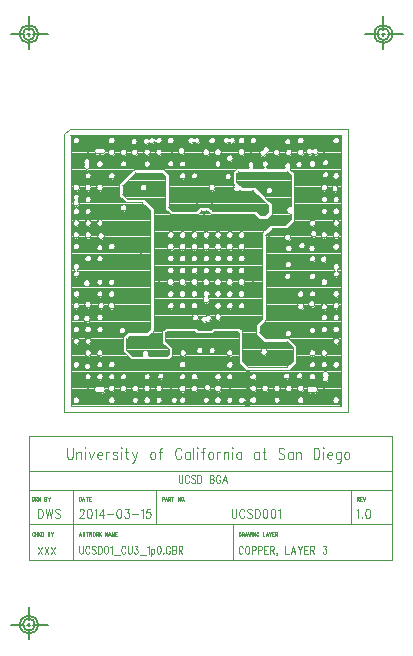
<source format=gbr>
*
*
G04 PADS 9.5 Build Number: 522968 generated Gerber (RS-274-X) file*
G04 PC Version=2.1*
*
%IN "UCSD001-BGA_5mm_2014-03"*%
*
%MOMM*%
*
%FSLAX33Y33*%
*
*
*
*
G04 PC Standard Apertures*
*
*
G04 Thermal Relief Aperture macro.*
%AMTER*
1,1,$1,0,0*
1,0,$1-$2,0,0*
21,0,$3,$4,0,0,45*
21,0,$3,$4,0,0,135*
%
*
*
G04 Annular Aperture macro.*
%AMANN*
1,1,$1,0,0*
1,0,$2,0,0*
%
*
*
G04 Odd Aperture macro.*
%AMODD*
1,1,$1,0,0*
1,0,$1-0.005,0,0*
%
*
*
G04 PC Custom Aperture Macros*
*
*
*
*
*
*
G04 PC Aperture Table*
*
%ADD010C,0.0254*%
%ADD013C,0.05*%
%ADD018C,0.1*%
%ADD019C,0.3*%
%ADD023C,0.08814*%
%ADD024C,0.1778*%
*
*
*
*
G04 PC Circuitry*
G04 Layer Name UCSD001-BGA_5mm_2014-03 - circuitry*
%LPD*%
*
*
G04 PC Custom Flashes*
G04 Layer Name UCSD001-BGA_5mm_2014-03 - flashes*
%LPD*%
*
*
G04 PC Circuitry*
G04 Layer Name UCSD001-BGA_5mm_2014-03 - circuitry*
%LPD*%
*
G54D10*
G54D13*
G01X162762Y130828D02*
Y130500D01*
Y130828D02*
X162864D01*
X162864D02*
X162898Y130812D01*
X162898D02*
X162910Y130796D01*
X162910D02*
X162921Y130765D01*
X162921D02*
Y130734D01*
X162921D02*
X162910Y130703D01*
X162898Y130687*
X162898D02*
X162864Y130671D01*
X162864D02*
X162762D01*
X162842D02*
X162921Y130500D01*
X163023Y130828D02*
Y130500D01*
Y130828D02*
X163171D01*
X163023Y130671D02*
X163114D01*
X163023Y130500D02*
X163171D01*
X163273Y130828D02*
X163364Y130500D01*
X163455Y130828D02*
X163364Y130500D01*
X152762Y127828D02*
Y127500D01*
Y127828D02*
X152842D01*
X152876Y127812*
X152876D02*
X152898Y127781D01*
X152898D02*
X152910Y127750D01*
X152921Y127703*
X152921D02*
Y127625D01*
X152921D02*
X152910Y127578D01*
X152898Y127546*
X152898D02*
X152876Y127515D01*
X152876D02*
X152842Y127500D01*
X152762*
X153023Y127828D02*
Y127500D01*
Y127828D02*
X153126D01*
X153160Y127812*
X153160D02*
X153171Y127796D01*
X153171D02*
X153182Y127765D01*
X153182D02*
Y127734D01*
X153182D02*
X153171Y127703D01*
X153171D02*
X153160Y127687D01*
X153160D02*
X153126Y127671D01*
X153126D02*
X153023D01*
X153103D02*
X153182Y127500D01*
X153376Y127828D02*
X153285Y127500D01*
X153376Y127828D02*
X153467Y127500D01*
X153319Y127609D02*
X153432D01*
X153569Y127828D02*
X153626Y127500D01*
X153682Y127828D02*
X153626Y127500D01*
X153682Y127828D02*
X153739Y127500D01*
X153796Y127828D02*
X153739Y127500D01*
X153898Y127828D02*
Y127500D01*
X154001Y127828D02*
Y127500D01*
Y127828D02*
X154160Y127500D01*
Y127828D02*
Y127500D01*
X154432Y127750D02*
X154421Y127781D01*
X154421D02*
X154398Y127812D01*
X154398D02*
X154376Y127828D01*
X154330*
X154330D02*
X154307Y127812D01*
X154307D02*
X154285Y127781D01*
X154273Y127750*
X154273D02*
X154262Y127703D01*
Y127625*
X154273Y127578*
X154273D02*
X154285Y127546D01*
X154285D02*
X154307Y127515D01*
X154307D02*
X154330Y127500D01*
X154330D02*
X154376D01*
X154398Y127515*
X154398D02*
X154421Y127546D01*
X154421D02*
X154432Y127578D01*
X154432D02*
Y127625D01*
X154376D02*
X154432D01*
X154796Y127828D02*
Y127500D01*
X154796D02*
X154932D01*
X155126Y127828D02*
X155035Y127500D01*
X155126Y127828D02*
X155217Y127500D01*
X155069Y127609D02*
X155182D01*
X155319Y127828D02*
X155410Y127671D01*
X155410D02*
Y127500D01*
X155501Y127828D02*
X155410Y127671D01*
X155603Y127828D02*
Y127500D01*
Y127828D02*
X155751D01*
X155603Y127671D02*
X155694D01*
X155603Y127500D02*
X155751D01*
X155853Y127828D02*
Y127500D01*
Y127828D02*
X155955D01*
X155955D02*
X155989Y127812D01*
X155989D02*
X156001Y127796D01*
X156001D02*
X156012Y127765D01*
X156012D02*
Y127734D01*
X156001Y127703*
X155989Y127687*
X155989D02*
X155955Y127671D01*
X155955D02*
X155853D01*
X155932D02*
X156012Y127500D01*
X146262Y130828D02*
Y130500D01*
Y130828D02*
X146364D01*
X146364D02*
X146398Y130812D01*
X146398D02*
X146410Y130796D01*
X146410D02*
X146421Y130765D01*
X146421D02*
Y130718D01*
X146421D02*
X146410Y130687D01*
X146410D02*
X146398Y130671D01*
X146398D02*
X146364Y130656D01*
X146364D02*
X146262D01*
X146614Y130828D02*
X146523Y130500D01*
X146614Y130828D02*
X146705Y130500D01*
X146557Y130609D02*
X146671D01*
X146807Y130828D02*
Y130500D01*
Y130828D02*
X146910D01*
X146944Y130812*
X146944D02*
X146955Y130796D01*
X146955D02*
X146967Y130765D01*
X146967D02*
Y130734D01*
X146955Y130703*
X146955D02*
X146944Y130687D01*
X146944D02*
X146910Y130671D01*
X146910D02*
X146807D01*
X146887D02*
X146967Y130500D01*
X147148Y130828D02*
Y130500D01*
X147069Y130828D02*
X147228D01*
X147592D02*
Y130500D01*
Y130828D02*
X147751Y130500D01*
Y130828D02*
Y130500D01*
X147921Y130828D02*
X147898Y130812D01*
X147898D02*
X147876Y130781D01*
X147864Y130750*
X147864D02*
X147853Y130703D01*
Y130625*
X147864Y130578*
X147864D02*
X147876Y130546D01*
X147876D02*
X147898Y130515D01*
X147898D02*
X147921Y130500D01*
X147921D02*
X147967D01*
X147989Y130515*
X147989D02*
X148012Y130546D01*
X148012D02*
X148023Y130578D01*
X148023D02*
X148035Y130625D01*
Y130703*
X148023Y130750*
X148023D02*
X148012Y130781D01*
X147989Y130812*
X147989D02*
X147967Y130828D01*
X147921*
X148148Y130531D02*
X148137Y130515D01*
X148137D02*
X148148Y130500D01*
X148148D02*
X148160Y130515D01*
X148160D02*
X148148Y130531D01*
X139353Y127828D02*
X139262Y127500D01*
X139353Y127828D02*
X139444Y127500D01*
X139296Y127609D02*
X139410D01*
X139546Y127828D02*
Y127500D01*
Y127828D02*
X139648D01*
X139648D02*
X139682Y127812D01*
X139682D02*
X139694Y127796D01*
X139694D02*
X139705Y127765D01*
X139705D02*
Y127734D01*
X139705D02*
X139694Y127703D01*
X139682Y127687*
X139682D02*
X139648Y127671D01*
X139648D02*
X139546D01*
X139626D02*
X139705Y127500D01*
X139887Y127828D02*
Y127500D01*
X139807Y127828D02*
X139967D01*
X140069D02*
X140126Y127500D01*
X140182Y127828D02*
X140126Y127500D01*
X140182Y127828D02*
X140239Y127500D01*
X140296Y127828D02*
X140239Y127500D01*
X140467Y127828D02*
X140444Y127812D01*
X140444D02*
X140421Y127781D01*
X140421D02*
X140410Y127750D01*
X140398Y127703*
X140398D02*
Y127625D01*
X140398D02*
X140410Y127578D01*
X140421Y127546*
X140421D02*
X140444Y127515D01*
X140444D02*
X140467Y127500D01*
X140512*
X140535Y127515*
X140535D02*
X140557Y127546D01*
X140557D02*
X140569Y127578D01*
X140580Y127625*
X140580D02*
Y127703D01*
X140580D02*
X140569Y127750D01*
X140557Y127781*
X140557D02*
X140535Y127812D01*
X140535D02*
X140512Y127828D01*
X140467*
X140682D02*
Y127500D01*
Y127828D02*
X140785D01*
X140819Y127812*
X140819D02*
X140830Y127796D01*
X140830D02*
X140842Y127765D01*
X140842D02*
Y127734D01*
X140830Y127703*
X140830D02*
X140819Y127687D01*
X140819D02*
X140785Y127671D01*
X140785D02*
X140682D01*
X140762D02*
X140842Y127500D01*
X140944Y127828D02*
Y127500D01*
X141103Y127828D02*
X140944Y127609D01*
X141001Y127687D02*
X141103Y127500D01*
X141467Y127828D02*
Y127500D01*
Y127828D02*
X141626Y127500D01*
Y127828D02*
Y127500D01*
X141819Y127828D02*
X141728Y127500D01*
X141819Y127828D02*
X141910Y127500D01*
X141762Y127609D02*
X141876D01*
X142012Y127828D02*
Y127500D01*
Y127828D02*
X142103Y127500D01*
X142194Y127828D02*
X142103Y127500D01*
X142194Y127828D02*
Y127500D01*
X142296Y127828D02*
Y127500D01*
Y127828D02*
X142444D01*
X142296Y127671D02*
X142387D01*
X142296Y127500D02*
X142444D01*
X139262Y130828D02*
Y130500D01*
Y130828D02*
X139342D01*
X139376Y130812*
X139376D02*
X139398Y130781D01*
X139398D02*
X139410Y130750D01*
X139421Y130703*
X139421D02*
Y130625D01*
X139421D02*
X139410Y130578D01*
X139398Y130546*
X139398D02*
X139376Y130515D01*
X139376D02*
X139342Y130500D01*
X139262*
X139614Y130828D02*
X139523Y130500D01*
X139614Y130828D02*
X139705Y130500D01*
X139557Y130609D02*
X139671D01*
X139887Y130828D02*
Y130500D01*
X139807Y130828D02*
X139967D01*
X140069D02*
Y130500D01*
Y130828D02*
X140217D01*
X140069Y130671D02*
X140160D01*
X140069Y130500D02*
X140217D01*
X135432Y127750D02*
X135421Y127781D01*
X135421D02*
X135398Y127812D01*
X135398D02*
X135376Y127828D01*
X135330*
X135330D02*
X135307Y127812D01*
X135307D02*
X135285Y127781D01*
X135273Y127750*
X135273D02*
X135262Y127703D01*
Y127625*
X135273Y127578*
X135273D02*
X135285Y127546D01*
X135285D02*
X135307Y127515D01*
X135307D02*
X135330Y127500D01*
X135330D02*
X135376D01*
X135398Y127515*
X135398D02*
X135421Y127546D01*
X135421D02*
X135432Y127578D01*
X135535Y127828D02*
Y127500D01*
X135694Y127828D02*
Y127500D01*
X135535Y127671D02*
X135694D01*
X135796Y127828D02*
Y127500D01*
X135955Y127828D02*
X135796Y127609D01*
X135853Y127687D02*
X135955Y127500D01*
X136057Y127828D02*
Y127500D01*
Y127828D02*
X136137D01*
X136171Y127812*
X136171D02*
X136194Y127781D01*
X136205Y127750*
X136205D02*
X136217Y127703D01*
Y127625*
X136205Y127578*
X136205D02*
X136194Y127546D01*
X136194D02*
X136171Y127515D01*
X136171D02*
X136137Y127500D01*
X136057*
X136580Y127828D02*
Y127500D01*
Y127828D02*
X136682D01*
X136682D02*
X136717Y127812D01*
X136717D02*
X136728Y127796D01*
X136728D02*
X136739Y127765D01*
X136739D02*
Y127734D01*
X136739D02*
X136728Y127703D01*
X136717Y127687*
X136717D02*
X136682Y127671D01*
X136580D02*
X136682D01*
X136682D02*
X136717Y127656D01*
X136728Y127640*
X136728D02*
X136739Y127609D01*
X136739D02*
Y127562D01*
X136739D02*
X136728Y127531D01*
X136717Y127515*
X136717D02*
X136682Y127500D01*
X136682D02*
X136580D01*
X136842Y127828D02*
X136932Y127671D01*
X136932D02*
Y127500D01*
X137023Y127828D02*
X136932Y127671D01*
X135262Y130828D02*
Y130500D01*
Y130828D02*
X135342D01*
X135376Y130812*
X135376D02*
X135398Y130781D01*
X135398D02*
X135410Y130750D01*
X135421Y130703*
X135421D02*
Y130625D01*
X135421D02*
X135410Y130578D01*
X135398Y130546*
X135398D02*
X135376Y130515D01*
X135376D02*
X135342Y130500D01*
X135262*
X135523Y130828D02*
Y130500D01*
Y130828D02*
X135626D01*
X135660Y130812*
X135660D02*
X135671Y130796D01*
X135671D02*
X135682Y130765D01*
X135682D02*
Y130734D01*
X135682D02*
X135671Y130703D01*
X135671D02*
X135660Y130687D01*
X135660D02*
X135626Y130671D01*
X135626D02*
X135523D01*
X135603D02*
X135682Y130500D01*
X135785Y130828D02*
Y130500D01*
Y130828D02*
X135944Y130500D01*
Y130828D02*
Y130500D01*
X136307Y130828D02*
Y130500D01*
Y130828D02*
X136410D01*
X136444Y130812*
X136444D02*
X136455Y130796D01*
X136455D02*
X136467Y130765D01*
X136467D02*
Y130734D01*
X136455Y130703*
X136455D02*
X136444Y130687D01*
X136444D02*
X136410Y130671D01*
X136307D02*
X136410D01*
X136410D02*
X136444Y130656D01*
X136455Y130640*
X136455D02*
X136467Y130609D01*
Y130562*
X136467D02*
X136455Y130531D01*
X136455D02*
X136444Y130515D01*
X136444D02*
X136410Y130500D01*
X136307*
X136569Y130828D02*
X136660Y130671D01*
X136660D02*
Y130500D01*
X136751Y130828D02*
X136660Y130671D01*
G54D18*
X153650Y138550D02*
X153350D01*
Y141550*
X153650*
Y138550*
X155200Y143100D02*
G75*
G03X155200I-300J0D01*
G01X153300Y147000D02*
G03X153300I-300J0D01*
G01Y148000D02*
G03X153300I-300J0D01*
G01Y149000D02*
G03X153300I-300J0D01*
G01Y150000D02*
G03X153300I-300J0D01*
G01Y151000D02*
G03X153300I-300J0D01*
G01Y152000D02*
G03X153300I-300J0D01*
G01Y153000D02*
G03X153300I-300J0D01*
G01X152300Y147000D02*
G03X152300I-300J0D01*
G01Y148000D02*
G03X152300I-300J0D01*
G01Y149000D02*
G03X152300I-300J0D01*
G01Y150000D02*
G03X152300I-300J0D01*
G01Y151000D02*
G03X152300I-300J0D01*
G01Y152000D02*
G03X152300I-300J0D01*
G01Y153000D02*
G03X152300I-300J0D01*
G01X151280Y146050D02*
G03X151280I-280J0D01*
G01X151300Y147000D02*
G03X151300I-300J0D01*
G01Y148000D02*
G03X151300I-300J0D01*
G01Y149000D02*
G03X151300I-300J0D01*
G01Y150000D02*
G03X151300I-300J0D01*
G01Y151000D02*
G03X151300I-300J0D01*
G01Y152000D02*
G03X151300I-300J0D01*
G01Y153000D02*
G03X151300I-300J0D01*
G01X150300Y149000D02*
G03X150300I-300J0D01*
G01Y150000D02*
G03X150300I-300J0D01*
G01Y151000D02*
G03X150300I-300J0D01*
G01Y152000D02*
G03X150300I-300J0D01*
G01Y153000D02*
G03X150300I-300J0D01*
G01X149380Y146000D02*
G03X149380I-280J0D01*
G01X149300Y147000D02*
G03X149300I-300J0D01*
G01Y148000D02*
G03X149300I-300J0D01*
G01Y149000D02*
G03X149300I-300J0D01*
G01Y150000D02*
G03X149300I-300J0D01*
G01Y151000D02*
G03X149300I-300J0D01*
G01Y152000D02*
G03X149300I-300J0D01*
G01Y153000D02*
G03X149300I-300J0D01*
G01X148300Y147000D02*
G03X148300I-300J0D01*
G01Y148000D02*
G03X148300I-300J0D01*
G01Y149000D02*
G03X148300I-300J0D01*
G01Y150000D02*
G03X148300I-300J0D01*
G01Y151000D02*
G03X148300I-300J0D01*
G01Y152000D02*
G03X148300I-300J0D01*
G01Y153000D02*
G03X148300I-300J0D01*
G01X147300Y147000D02*
G03X147300I-300J0D01*
G01Y148000D02*
G03X147300I-300J0D01*
G01Y149000D02*
G03X147300I-300J0D01*
G01Y150000D02*
G03X147300I-300J0D01*
G01Y151000D02*
G03X147300I-300J0D01*
G01Y152000D02*
G03X147300I-300J0D01*
G01Y153000D02*
G03X147300I-300J0D01*
G01X145000Y157000D02*
G03X145000I-300J0D01*
G01X155650Y156750D02*
G03X155650I-300J0D01*
G01X161300Y139000D02*
G03X161300I-300J0D01*
G01Y142000D02*
G03X161300I-300J0D01*
G01X161280Y144000D02*
G03X161280I-280J0D01*
G01X161300Y145000D02*
G03X161300I-300J0D01*
G01X161280Y146000D02*
G03X161280I-280J0D01*
G01Y147000D02*
G03X161280I-280J0D01*
G01X161300Y148000D02*
G03X161300I-300J0D01*
G01Y152000D02*
G03X161300I-300J0D01*
G01X161280Y153000D02*
G03X161280I-280J0D01*
G01Y154000D02*
G03X161280I-280J0D01*
G01X161300Y155000D02*
G03X161300I-300J0D01*
G01X161280Y156000D02*
G03X161280I-280J0D01*
G01X161180Y156900D02*
G03X161180I-280J0D01*
G01X161300Y158000D02*
G03X161300I-300J0D01*
G01Y161000D02*
G03X161300I-300J0D01*
G01X160280Y142000D02*
G03X160280I-280J0D01*
G01Y143000D02*
G03X160280I-280J0D01*
G01Y145000D02*
G03X160280I-280J0D01*
G01Y146000D02*
G03X160280I-280J0D01*
G01Y146900D02*
G03X160280I-280J0D01*
G01X160300Y149000D02*
G03X160300I-300J0D01*
G01X160250Y150950D02*
G03X160250I-300J0D01*
G01X160280Y153000D02*
G03X160280I-280J0D01*
G01Y155000D02*
G03X160280I-280J0D01*
G01Y156000D02*
G03X160280I-280J0D01*
G01Y157000D02*
G03X160280I-280J0D01*
G01X160380Y158100D02*
G03X160380I-280J0D01*
G01Y159100D02*
G03X160380I-280J0D01*
G01X159300Y141000D02*
G03X159300I-300J0D01*
G01X159280Y142000D02*
G03X159280I-280J0D01*
G01Y143000D02*
G03X159280I-280J0D01*
G01Y144900D02*
G03X159280I-280J0D01*
G01X159230Y147150D02*
G03X159230I-280J0D01*
G01X159280Y148000D02*
G03X159280I-280J0D01*
G01X159300Y149500D02*
G03X159300I-300J0D01*
G01X159280Y151000D02*
G03X159280I-280J0D01*
G01X159230Y151850D02*
G03X159230I-280J0D01*
G01X159380Y153100D02*
G03X159380I-280J0D01*
G01X159280Y154000D02*
G03X159280I-280J0D01*
G01X159300Y159000D02*
G03X159300I-300J0D01*
G01X158300Y139000D02*
G03X158300I-300J0D01*
G01X158280Y140000D02*
G03X158280I-280J0D01*
G01X158180Y141100D02*
G03X158180I-280J0D01*
G01X158280Y146950D02*
G03X158280I-280J0D01*
G01X158300Y148000D02*
G03X158300I-300J0D01*
G01X158380Y152100D02*
G03X158380I-280J0D01*
G01X157280Y140000D02*
G03X157280I-280J0D01*
G01X157080Y141050D02*
G03X157080I-280J0D01*
G01X156280Y139000D02*
G03X156280I-280J0D01*
G01Y140000D02*
G03X156280I-280J0D01*
G01X155280D02*
G03X155280I-280J0D01*
G01X158130Y158950D02*
G03X158130I-280J0D01*
G01X158280Y160000D02*
G03X158280I-280J0D01*
G01X158300Y161000D02*
G03X158300I-300J0D01*
G01X157180Y149500D02*
G03X157180I-280J0D01*
G01X157230Y150500D02*
G03X157230I-280J0D01*
G01X157300Y151850D02*
G03X157300I-300J0D01*
G01X157180Y152800D02*
G03X157180I-280J0D01*
G01X157280Y160000D02*
G03X157280I-280J0D01*
G01X157180Y160900D02*
G03X157180I-280J0D01*
G01X156230Y160000D02*
G03X156230I-280J0D01*
G01X154280Y161000D02*
G03X154280I-280J0D01*
G01X153300Y160000D02*
G03X153300I-300J0D01*
G01Y161000D02*
G03X153300I-300J0D01*
G01X152130Y157950D02*
G03X152130I-280J0D01*
G01X152300Y159500D02*
G03X152300I-300J0D01*
G01X150780Y157000D02*
G03X150780I-280J0D01*
G01X151280Y159000D02*
G03X151280I-280J0D01*
G01X151300Y160000D02*
G03X151300I-300J0D01*
G01X150300D02*
G03X150300I-300J0D01*
G01X150800Y161000D02*
G03X150800I-300J0D01*
G01X149280Y158000D02*
G03X149280I-280J0D01*
G01X148300D02*
G03X148300I-300J0D01*
G01X148280Y159000D02*
G03X148280I-280J0D01*
G01X148200Y160100D02*
G03X148200I-300J0D01*
G01X147280Y159000D02*
G03X147280I-280J0D01*
G01X147300Y161000D02*
G03X147300I-300J0D01*
G01X146280Y160000D02*
G03X146280I-280J0D01*
G01X145280Y159000D02*
G03X145280I-280J0D01*
G01Y160000D02*
G03X145280I-280J0D01*
G01X144230D02*
G03X144230I-280J0D01*
G01X144180Y160900D02*
G03X144180I-280J0D01*
G01X143280Y159000D02*
G03X143280I-280J0D01*
G01Y160000D02*
G03X143280I-280J0D01*
G01X142300Y139000D02*
G03X142300I-300J0D01*
G01X142280Y140000D02*
G03X142280I-280J0D01*
G01Y141000D02*
G03X142280I-280J0D01*
G01X142300Y142000D02*
G03X142300I-300J0D01*
G01X142280Y147000D02*
G03X142280I-280J0D01*
G01X142300Y148000D02*
G03X142300I-300J0D01*
G01X142280Y149000D02*
G03X142280I-280J0D01*
G01X142300Y152000D02*
G03X142300I-300J0D01*
G01Y158000D02*
G03X142300I-300J0D01*
G01X142280Y160000D02*
G03X142280I-280J0D01*
G01X142300Y161000D02*
G03X142300I-300J0D01*
G01X141300Y141000D02*
G03X141300I-300J0D01*
G01X141280Y142000D02*
G03X141280I-280J0D01*
G01Y143000D02*
G03X141280I-280J0D01*
G01Y145000D02*
G03X141280I-280J0D01*
G01Y146000D02*
G03X141280I-280J0D01*
G01X141380Y147000D02*
G03X141380I-280J0D01*
G01X141280Y148000D02*
G03X141280I-280J0D01*
G01Y149000D02*
G03X141280I-280J0D01*
G01Y151000D02*
G03X141280I-280J0D01*
G01Y151900D02*
G03X141280I-280J0D01*
G01X141380Y152900D02*
G03X141380I-280J0D01*
G01X141280Y154000D02*
G03X141280I-280J0D01*
G01Y157000D02*
G03X141280I-280J0D01*
G01X141300Y159000D02*
G03X141300I-300J0D01*
G01X140280Y141000D02*
G03X140280I-280J0D01*
G01X140230Y141850D02*
G03X140230I-280J0D01*
G01X140280Y143000D02*
G03X140280I-280J0D01*
G01Y144000D02*
G03X140280I-280J0D01*
G01X140300Y145000D02*
G03X140300I-300J0D01*
G01X140200Y145900D02*
G03X140200I-300J0D01*
G01X140280Y147100D02*
G03X140280I-280J0D01*
G01X140200Y148900D02*
G03X140200I-300J0D01*
G01X140300Y151000D02*
G03X140300I-300J0D01*
G01X140280Y153000D02*
G03X140280I-280J0D01*
G01Y154000D02*
G03X140280I-280J0D01*
G01Y155000D02*
G03X140280I-280J0D01*
G01Y156000D02*
G03X140280I-280J0D01*
G01Y157000D02*
G03X140280I-280J0D01*
G01Y158000D02*
G03X140280I-280J0D01*
G01X139300Y139000D02*
G03X139300I-300J0D01*
G01Y142000D02*
G03X139300I-300J0D01*
G01X139280Y144000D02*
G03X139280I-280J0D01*
G01X139300Y145000D02*
G03X139300I-300J0D01*
G01X139280Y146000D02*
G03X139280I-280J0D01*
G01Y147000D02*
G03X139280I-280J0D01*
G01X139300Y148000D02*
G03X139300I-300J0D01*
G01Y152000D02*
G03X139300I-300J0D01*
G01X139280Y153000D02*
G03X139280I-280J0D01*
G01Y154000D02*
G03X139280I-280J0D01*
G01X139300Y155000D02*
G03X139300I-300J0D01*
G01Y157000D02*
G03X139300I-300J0D01*
G01Y161000D02*
G03X139300I-300J0D01*
G01X143200Y144900D02*
G03X143200I-300J0D01*
G01X143300Y155300D02*
G03X143300I-300J0D01*
G01X152280Y139000D02*
G03X152280I-280J0D01*
G01Y141000D02*
G03X152280I-280J0D01*
G01X152300Y142000D02*
G03X152300I-300J0D01*
G01X152280Y143000D02*
G03X152280I-280J0D01*
G01X151300Y139000D02*
G03X151300I-300J0D01*
G01Y140000D02*
G03X151300I-300J0D01*
G01Y141000D02*
G03X151300I-300J0D01*
G01X150280Y139000D02*
G03X150280I-280J0D01*
G01X150380Y140100D02*
G03X150380I-280J0D01*
G01X150780Y143200D02*
G03X150780I-280J0D01*
G01X149280Y140000D02*
G03X149280I-280J0D01*
G01X149300Y141000D02*
G03X149300I-300J0D01*
G01X149730Y143200D02*
G03X149730I-280J0D01*
G01X148300Y139000D02*
G03X148300I-300J0D01*
G01Y140000D02*
G03X148300I-300J0D01*
G01X148280Y141000D02*
G03X148280I-280J0D01*
G01X148300Y142000D02*
G03X148300I-300J0D01*
G01X148330Y143000D02*
G03X148330I-280J0D01*
G01X147580Y139000D02*
G03X147580I-280J0D01*
G01X146280D02*
G03X146280I-280J0D01*
G01Y140000D02*
G03X146280I-280J0D01*
G01X146430Y141050D02*
G03X146430I-280J0D01*
G01X145300Y139000D02*
G03X145300I-300J0D01*
G01X145280Y140000D02*
G03X145280I-280J0D01*
G01Y141000D02*
G03X145280I-280J0D01*
G01X144280Y139000D02*
G03X144280I-280J0D01*
G01Y140000D02*
G03X144280I-280J0D01*
G01X143280D02*
G03X143280I-280J0D01*
G01Y141000D02*
G03X143280I-280J0D01*
G01X157350Y142341D02*
Y143458D01*
X157350D02*
G03X157335Y143493I-50J0D01*
G01X157335D02*
X156893Y143935D01*
X156893D02*
G03X156858Y143950I-34J-35D01*
G01X156858D02*
X154879D01*
X154250Y144579*
Y145420*
X154250D02*
X154735Y145906D01*
G03X154750Y145941I-35J35*
G01Y153220*
X154750D02*
X155379Y153850D01*
X156658*
X156658D02*
G03X156693Y153864I0J50D01*
G01X156693D02*
X157135Y154306D01*
G03X157150Y154341I-35J35*
G01Y154749*
X157150D02*
G03X157100Y154799I-50J0D01*
G01Y155400D02*
G03Y154799I0J-300D01*
G01Y155400D02*
G03X157150Y155450I0J50D01*
G01Y158058*
X157150D02*
G03X157135Y158093I-50J0D01*
G01X157135D02*
X156893Y158335D01*
X156893D02*
G03X156858Y158350I-34J-35D01*
G01X156858D02*
X152741D01*
G03X152706Y158335I0J-50*
G01X152564Y158193*
X152564D02*
G03X152550Y158158I36J-34D01*
G01X152550D02*
Y157541D01*
G03X152564Y157506I50J0*
G01X152564D02*
X153006Y157064D01*
X153006D02*
G03X153041Y157050I35J36D01*
G01X154120*
X154120D02*
X155550Y155620D01*
X155550D02*
Y154779D01*
X155120Y154350*
X155120D02*
X154479D01*
X154093Y154735*
X154093D02*
G03X154058Y154750I-34J-35D01*
G01X154058D02*
X150379D01*
X150093Y155035*
X150093D02*
G03X150058Y155050I-34J-35D01*
G01X150058D02*
X149641D01*
G03X149606Y155035I0J-50*
G01X149320Y154750*
X149320D02*
X146979D01*
X146550Y155179*
Y157958*
X146550D02*
G03X146535Y157993I-50J0D01*
G01X146535D02*
X146293Y158235D01*
X146293D02*
G03X146258Y158250I-34J-35D01*
G01X146258D02*
X144041D01*
G03X144006Y158235I0J-50*
G01X142964Y157193*
X142964D02*
G03X142950Y157158I36J-34D01*
G01X142950D02*
Y156441D01*
G03X142964Y156406I50J0*
G01X142964D02*
X143306Y156064D01*
X143306D02*
G03X143341Y156050I35J36D01*
G01X144720*
X144720D02*
X145550Y155220D01*
X145550D02*
Y144879D01*
X145120Y144450*
X145120D02*
X143541D01*
G03X143506Y144435I0J-50*
G01X143264Y144193*
X143264D02*
G03X143250Y144158I36J-34D01*
G01X143250D02*
Y143241D01*
G03X143264Y143206I50J0*
G01X143264D02*
X143706Y142764D01*
X143706D02*
G03X143741Y142750I35J36D01*
G01X144533*
X144533D02*
G03X144578Y142821I0J50D01*
G01X145121D02*
G03X144578I-271J129D01*
G01X145121D02*
G03X145166Y142750I45J-21D01*
G01X146658*
X146658D02*
G03X146693Y142764I0J50D01*
G01X146693D02*
X146835Y142906D01*
G03X146850Y142941I-35J35*
G01Y143258*
X146850D02*
G03X146835Y143293I-50J0D01*
G01X146835D02*
X146250Y143879D01*
Y144820*
X146250D02*
X146579Y145150D01*
X149120*
X149120D02*
X149306Y144964D01*
X149306D02*
G03X149341Y144950I35J36D01*
G01X150358*
X150358D02*
G03X150393Y144964I0J50D01*
G01X150393D02*
X150579Y145150D01*
X152820*
X152820D02*
X153050Y144920D01*
X153050D02*
Y142341D01*
G03X153064Y142306I50J0*
G01X153064D02*
X153506Y141864D01*
X153506D02*
G03X153541Y141850I35J36D01*
G01X156858*
X156858D02*
G03X156893Y141864I0J50D01*
G01X156893D02*
X157335Y142306D01*
G03X157350Y142341I-35J35*
G01X161450Y138600D02*
Y161400D01*
G03X161400Y161450I-50J0*
G01X138600*
G03X138550Y161400I0J-50*
G01Y138600*
G03X138600Y138550I50J0*
G01X153300*
G03X153350Y138600I0J50*
G01Y138862*
X153350D02*
G03X153254Y138883I-50J0D01*
G01Y139116D02*
G03Y138883I-254J-116D01*
G01Y139116D02*
G03X153350Y139137I46J21D01*
G01Y141558*
X153350D02*
G03X153335Y141593I-50J0D01*
G01X153335D02*
X152750Y142179D01*
Y144658*
X152750D02*
G03X152735Y144693I-50J0D01*
G01X152735D02*
X152593Y144835D01*
X152593D02*
G03X152558Y144850I-34J-35D01*
G01X152558D02*
X150741D01*
G03X150706Y144835I0J-50*
G01X150520Y144650*
X150520D02*
X149179D01*
X148993Y144835*
X148993D02*
G03X148958Y144850I-34J-35D01*
G01X148958D02*
X146741D01*
G03X146706Y144835I0J-50*
G01X146564Y144693*
X146564D02*
G03X146550Y144658I36J-34D01*
G01X146550D02*
Y144041D01*
G03X146564Y144006I50J0*
G01X146564D02*
X147150Y143420D01*
X147150D02*
Y142779D01*
X146820Y142450*
X146820D02*
X143679D01*
X142950Y143179*
Y144320*
X142950D02*
X143379Y144750D01*
X144958*
X144958D02*
G03X144993Y144764I0J50D01*
G01X144993D02*
X145235Y145006D01*
G03X145250Y145041I-35J35*
G01Y155058*
X145250D02*
G03X145235Y155093I-50J0D01*
G01X145235D02*
X144593Y155735D01*
X144593D02*
G03X144558Y155750I-34J-35D01*
G01X144558D02*
X143179D01*
X142650Y156279*
Y157320*
X142650D02*
X143879Y158550D01*
X146420*
X146420D02*
X146850Y158120D01*
X146850D02*
Y155341D01*
G03X146864Y155306I50J0*
G01X146864D02*
X147106Y155064D01*
X147106D02*
G03X147141Y155050I35J36D01*
G01X149158*
X149158D02*
G03X149193Y155064I0J50D01*
G01X149193D02*
X149479Y155350D01*
X150220*
X150220D02*
X150506Y155064D01*
X150506D02*
G03X150541Y155050I35J36D01*
G01X154220*
X154220D02*
X154606Y154664D01*
X154606D02*
G03X154641Y154650I35J36D01*
G01X154958*
X154958D02*
G03X154993Y154664I0J50D01*
G01X154993D02*
X155235Y154906D01*
G03X155250Y154941I-35J35*
G01Y155458*
X155250D02*
G03X155235Y155493I-50J0D01*
G01X155235D02*
X153993Y156735D01*
X153993D02*
G03X153958Y156750I-34J-35D01*
G01X153958D02*
X152879D01*
G03X152816Y156742I-26J-42*
G01X152391Y157165D02*
G03X152816Y156742I209J-215D01*
G01X152391Y157165D02*
G03X152392Y157237I-34J36D01*
G01X152250Y157379*
Y158320*
X152250D02*
X152579Y158650D01*
X153584*
X153584D02*
G03X153617Y158737I0J50D01*
G01X153982D02*
G03X153617I-182J213D01*
G01X153982D02*
G03X154015Y158650I33J-37D01*
G01X154862*
X154862D02*
G03X154883Y158745I0J50D01*
G01X155116D02*
G03X154883I-116J255D01*
G01X155116D02*
G03X155137Y158650I21J-45D01*
G01X156606*
G03X156650Y158722I0J50*
G01X157094Y158648D02*
G03X156650Y158722I-194J202D01*
G01X157094Y158648D02*
G03X157093Y158577I35J-35D01*
G01X157093D02*
X157450Y158220D01*
X157450D02*
Y154179D01*
X156820Y153550*
X156820D02*
X155641D01*
G03X155606Y153535I0J-50*
G01X155064Y152993*
X155064D02*
G03X155050Y152958I36J-34D01*
G01X155050D02*
Y145779D01*
X154564Y145293*
X154564D02*
G03X154550Y145258I36J-34D01*
G01X154550D02*
Y144741D01*
G03X154564Y144706I50J0*
G01X154564D02*
X155006Y144264D01*
X155006D02*
G03X155041Y144250I35J36D01*
G01X156948*
X156950*
X156951*
X156951D02*
X157020D01*
X157020D02*
X157650Y143620D01*
X157650D02*
Y142179D01*
X157020Y141550*
X157020D02*
X153700D01*
G03X153650Y141500I0J-50*
G01Y141137*
G03X153745Y141116I50J0*
G01Y140883D02*
G03Y141116I255J117D01*
G01Y140883D02*
G03X153650Y140862I-45J-20D01*
G01X153650D02*
Y140137D01*
G03X153745Y140116I50J0*
G01Y139883D02*
G03Y140116I255J117D01*
G01Y139883D02*
G03X153650Y139862I-45J-20D01*
G01X153650D02*
Y139180D01*
G03X153742Y139154I50J0*
G01Y138845D02*
G03Y139154I258J155D01*
G01Y138845D02*
G03X153650Y138819I-42J-25D01*
G01X153650D02*
Y138600D01*
G03X153700Y138550I50J0*
G01X161400*
G03X161450Y138600I0J50*
G01X155200Y143100D02*
G03X155200I-300J0D01*
G01X153300Y147000D02*
G03X153300I-300J0D01*
G01Y148000D02*
G03X153300I-300J0D01*
G01Y149000D02*
G03X153300I-300J0D01*
G01Y150000D02*
G03X153300I-300J0D01*
G01Y151000D02*
G03X153300I-300J0D01*
G01Y152000D02*
G03X153300I-300J0D01*
G01Y153000D02*
G03X153300I-300J0D01*
G01X152300Y147000D02*
G03X152300I-300J0D01*
G01Y148000D02*
G03X152300I-300J0D01*
G01Y149000D02*
G03X152300I-300J0D01*
G01Y150000D02*
G03X152300I-300J0D01*
G01Y151000D02*
G03X152300I-300J0D01*
G01Y152000D02*
G03X152300I-300J0D01*
G01Y153000D02*
G03X152300I-300J0D01*
G01X151280Y146050D02*
G03X151280I-280J0D01*
G01X151300Y147000D02*
G03X151300I-300J0D01*
G01Y148000D02*
G03X151300I-300J0D01*
G01Y149000D02*
G03X151300I-300J0D01*
G01Y150000D02*
G03X151300I-300J0D01*
G01Y151000D02*
G03X151300I-300J0D01*
G01Y152000D02*
G03X151300I-300J0D01*
G01Y153000D02*
G03X151300I-300J0D01*
G01X150083Y145695D02*
G03X149977Y146119I117J255D01*
G01X150083Y145695D02*
G03X150022Y145680I-20J-44D01*
G01X149916Y146104D02*
G03X150022Y145680I-116J-254D01*
G01X149916Y146104D02*
G03X149977Y146119I21J45D01*
G01X150209Y147785D02*
G03X149790I-209J215D01*
G01X150209D02*
G03Y147714I35J-35D01*
G01X149790D02*
G03X150209I210J-214D01*
G01X149790D02*
G03Y147785I-34J36D01*
G01X150300Y149000D02*
G03X150300I-300J0D01*
G01Y150000D02*
G03X150300I-300J0D01*
G01Y151000D02*
G03X150300I-300J0D01*
G01Y152000D02*
G03X150300I-300J0D01*
G01Y153000D02*
G03X150300I-300J0D01*
G01X149380Y146000D02*
G03X149380I-280J0D01*
G01X149300Y147000D02*
G03X149300I-300J0D01*
G01Y148000D02*
G03X149300I-300J0D01*
G01Y149000D02*
G03X149300I-300J0D01*
G01Y150000D02*
G03X149300I-300J0D01*
G01Y151000D02*
G03X149300I-300J0D01*
G01Y152000D02*
G03X149300I-300J0D01*
G01Y153000D02*
G03X149300I-300J0D01*
G01X148300Y147000D02*
G03X148300I-300J0D01*
G01Y148000D02*
G03X148300I-300J0D01*
G01Y149000D02*
G03X148300I-300J0D01*
G01Y150000D02*
G03X148300I-300J0D01*
G01Y151000D02*
G03X148300I-300J0D01*
G01Y152000D02*
G03X148300I-300J0D01*
G01Y153000D02*
G03X148300I-300J0D01*
G01X147300Y147000D02*
G03X147300I-300J0D01*
G01Y148000D02*
G03X147300I-300J0D01*
G01Y149000D02*
G03X147300I-300J0D01*
G01Y150000D02*
G03X147300I-300J0D01*
G01Y151000D02*
G03X147300I-300J0D01*
G01Y152000D02*
G03X147300I-300J0D01*
G01Y153000D02*
G03X147300I-300J0D01*
G01X145000Y157000D02*
G03X145000I-300J0D01*
G01X155650Y156750D02*
G03X155650I-300J0D01*
G01X161300Y139000D02*
G03X161300I-300J0D01*
G01Y142000D02*
G03X161300I-300J0D01*
G01X161280Y144000D02*
G03X161280I-280J0D01*
G01X161300Y145000D02*
G03X161300I-300J0D01*
G01X161280Y146000D02*
G03X161280I-280J0D01*
G01Y147000D02*
G03X161280I-280J0D01*
G01X161300Y148000D02*
G03X161300I-300J0D01*
G01X161116Y150045D02*
G03X160883I-116J255D01*
G01X161116D02*
G03Y149954I21J-45D01*
G01X160883D02*
G03X161116I117J-254D01*
G01X160883D02*
G03Y150045I-20J46D01*
G01X161300Y152000D02*
G03X161300I-300J0D01*
G01X161280Y153000D02*
G03X161280I-280J0D01*
G01Y154000D02*
G03X161280I-280J0D01*
G01X161300Y155000D02*
G03X161300I-300J0D01*
G01X161280Y156000D02*
G03X161280I-280J0D01*
G01X161180Y156900D02*
G03X161180I-280J0D01*
G01X161300Y158000D02*
G03X161300I-300J0D01*
G01Y161000D02*
G03X161300I-300J0D01*
G01X160322Y141030D02*
G03X159877I-222J170D01*
G01X160322D02*
G03Y140969I40J-30D01*
G01X159877D02*
G03X160322I223J-169D01*
G01X159877D02*
G03Y141030I-39J31D01*
G01X160280Y142000D02*
G03X160280I-280J0D01*
G01Y143000D02*
G03X160280I-280J0D01*
G01Y145000D02*
G03X160280I-280J0D01*
G01Y146000D02*
G03X160280I-280J0D01*
G01Y146900D02*
G03X160280I-280J0D01*
G01X160300Y149000D02*
G03X160300I-300J0D01*
G01X160250Y150950D02*
G03X160250I-300J0D01*
G01X160280Y153000D02*
G03X160280I-280J0D01*
G01Y155000D02*
G03X160280I-280J0D01*
G01Y156000D02*
G03X160280I-280J0D01*
G01Y157000D02*
G03X160280I-280J0D01*
G01X160380Y158100D02*
G03X160380I-280J0D01*
G01Y159100D02*
G03X160380I-280J0D01*
G01X159030Y139677D02*
G03Y140122I170J223D01*
G01Y139677D02*
G03X158969I-30J-39D01*
G01Y140122D02*
G03Y139677I-169J-222D01*
G01Y140122D02*
G03X159030I31J40D01*
G01X159300Y141000D02*
G03X159300I-300J0D01*
G01X159280Y142000D02*
G03X159280I-280J0D01*
G01Y143000D02*
G03X159280I-280J0D01*
G01Y144900D02*
G03X159280I-280J0D01*
G01X159230Y147150D02*
G03X159230I-280J0D01*
G01X159280Y148000D02*
G03X159280I-280J0D01*
G01X159300Y149500D02*
G03X159300I-300J0D01*
G01X159280Y151000D02*
G03X159280I-280J0D01*
G01X159230Y151850D02*
G03X159230I-280J0D01*
G01X159380Y153100D02*
G03X159380I-280J0D01*
G01X159280Y154000D02*
G03X159280I-280J0D01*
G01X159300Y159000D02*
G03X159300I-300J0D01*
G01X159037Y159867D02*
G03Y160232I213J183D01*
G01Y159867D02*
G03X158962I-37J-32D01*
G01Y160232D02*
G03Y159867I-212J-182D01*
G01Y160232D02*
G03X159037I38J33D01*
G01X158300Y139000D02*
G03X158300I-300J0D01*
G01X158280Y140000D02*
G03X158280I-280J0D01*
G01X158180Y141100D02*
G03X158180I-280J0D01*
G01X158280Y146950D02*
G03X158280I-280J0D01*
G01X158300Y148000D02*
G03X158300I-300J0D01*
G01X158380Y152100D02*
G03X158380I-280J0D01*
G01X157280Y140000D02*
G03X157280I-280J0D01*
G01X157080Y141050D02*
G03X157080I-280J0D01*
G01X156280Y139000D02*
G03X156280I-280J0D01*
G01Y140000D02*
G03X156280I-280J0D01*
G01X155280D02*
G03X155280I-280J0D01*
G01X158130Y158950D02*
G03X158130I-280J0D01*
G01X158280Y160000D02*
G03X158280I-280J0D01*
G01X158300Y161000D02*
G03X158300I-300J0D01*
G01X156951Y144350D02*
G03X156948I-1J300D01*
G01X156951D02*
X156950Y144349*
X156948Y144350D01*
X157180Y149500D02*
G03X157180I-280J0D01*
G01X157230Y150500D02*
G03X157230I-280J0D01*
G01X157300Y151850D02*
G03X157300I-300J0D01*
G01X157180Y152800D02*
G03X157180I-280J0D01*
G01X157280Y160000D02*
G03X157280I-280J0D01*
G01X157180Y160900D02*
G03X157180I-280J0D01*
G01X156230Y160000D02*
G03X156230I-280J0D01*
G01X155124Y159921D02*
G03X154821Y160224I-24J279D01*
G01X155124Y159921D02*
G03X155078Y159875I4J-49D01*
G01X154775Y160178D02*
G03X155078Y159875I25J-278D01*
G01X154775Y160178D02*
G03X154821Y160224I-3J50D01*
G01X154280Y161000D02*
G03X154280I-280J0D01*
G01X153300Y160000D02*
G03X153300I-300J0D01*
G01Y161000D02*
G03X153300I-300J0D01*
G01X152130Y157950D02*
G03X152130I-280J0D01*
G01X152300Y159500D02*
G03X152300I-300J0D01*
G01X151987Y160817D02*
G03Y161182I213J183D01*
G01Y160817D02*
G03X151912I-37J-32D01*
G01Y161182D02*
G03Y160817I-212J-182D01*
G01Y161182D02*
G03X151987I38J33D01*
G01X150780Y157000D02*
G03X150780I-280J0D01*
G01X151280Y159000D02*
G03X151280I-280J0D01*
G01X151300Y160000D02*
G03X151300I-300J0D01*
G01X150300D02*
G03X150300I-300J0D01*
G01X150800Y161000D02*
G03X150800I-300J0D01*
G01X149280Y158000D02*
G03X149280I-280J0D01*
G01X148987Y160817D02*
G03Y161182I213J183D01*
G01Y160817D02*
G03X148912I-37J-32D01*
G01Y161182D02*
G03Y160817I-212J-182D01*
G01Y161182D02*
G03X148987I38J33D01*
G01X148300Y158000D02*
G03X148300I-300J0D01*
G01X148280Y159000D02*
G03X148280I-280J0D01*
G01X148200Y160100D02*
G03X148200I-300J0D01*
G01X147280Y159000D02*
G03X147280I-280J0D01*
G01X147300Y161000D02*
G03X147300I-300J0D01*
G01X146280Y160000D02*
G03X146280I-280J0D01*
G01X145280Y159000D02*
G03X145280I-280J0D01*
G01Y160000D02*
G03X145280I-280J0D01*
G01X145745Y160883D02*
G03Y161116I255J117D01*
G01Y160883D02*
G03X145654I-45J-20D01*
G01X145222Y160783D02*
G03X145654Y160883I178J217D01*
G01X145222Y160783D02*
G03X145146Y160768I-30J-38D01*
G01X145077Y161116D02*
G03X145146Y160768I-177J-216D01*
G01X145077Y161116D02*
G03X145153Y161131I31J39D01*
G01X145654Y161116D02*
G03X145153Y161131I-254J-116D01*
G01X145654Y161116D02*
G03X145745I46J21D01*
G01X144230Y160000D02*
G03X144230I-280J0D01*
G01X144180Y160900D02*
G03X144180I-280J0D01*
G01X143280Y159000D02*
G03X143280I-280J0D01*
G01Y160000D02*
G03X143280I-280J0D01*
G01X142300Y139000D02*
G03X142300I-300J0D01*
G01X142280Y140000D02*
G03X142280I-280J0D01*
G01Y141000D02*
G03X142280I-280J0D01*
G01X142300Y142000D02*
G03X142300I-300J0D01*
G01X142280Y147000D02*
G03X142280I-280J0D01*
G01X142300Y148000D02*
G03X142300I-300J0D01*
G01X142280Y149000D02*
G03X142280I-280J0D01*
G01X142300Y152000D02*
G03X142300I-300J0D01*
G01Y158000D02*
G03X142300I-300J0D01*
G01X142280Y160000D02*
G03X142280I-280J0D01*
G01X142300Y161000D02*
G03X142300I-300J0D01*
G01X141030Y139677D02*
G03Y140122I170J223D01*
G01Y139677D02*
G03X140969I-30J-39D01*
G01Y140122D02*
G03Y139677I-169J-222D01*
G01Y140122D02*
G03X141030I31J40D01*
G01X141300Y141000D02*
G03X141300I-300J0D01*
G01X141280Y142000D02*
G03X141280I-280J0D01*
G01Y143000D02*
G03X141280I-280J0D01*
G01Y145000D02*
G03X141280I-280J0D01*
G01Y146000D02*
G03X141280I-280J0D01*
G01X141380Y147000D02*
G03X141380I-280J0D01*
G01X141280Y148000D02*
G03X141280I-280J0D01*
G01Y149000D02*
G03X141280I-280J0D01*
G01Y151000D02*
G03X141280I-280J0D01*
G01Y151900D02*
G03X141280I-280J0D01*
G01X141380Y152900D02*
G03X141380I-280J0D01*
G01X141280Y154000D02*
G03X141280I-280J0D01*
G01Y157000D02*
G03X141280I-280J0D01*
G01X141300Y159000D02*
G03X141300I-300J0D01*
G01X141030Y159877D02*
G03Y160322I170J223D01*
G01Y159877D02*
G03X140969I-30J-39D01*
G01Y160322D02*
G03Y159877I-169J-222D01*
G01Y160322D02*
G03X141030I31J40D01*
G01X140280Y141000D02*
G03X140280I-280J0D01*
G01X140230Y141850D02*
G03X140230I-280J0D01*
G01X140280Y143000D02*
G03X140280I-280J0D01*
G01Y144000D02*
G03X140280I-280J0D01*
G01X140300Y145000D02*
G03X140300I-300J0D01*
G01X140200Y145900D02*
G03X140200I-300J0D01*
G01X140280Y147100D02*
G03X140280I-280J0D01*
G01X140200Y148900D02*
G03X140200I-300J0D01*
G01X140300Y151000D02*
G03X140300I-300J0D01*
G01X140280Y153000D02*
G03X140280I-280J0D01*
G01Y154000D02*
G03X140280I-280J0D01*
G01Y155000D02*
G03X140280I-280J0D01*
G01Y156000D02*
G03X140280I-280J0D01*
G01Y157000D02*
G03X140280I-280J0D01*
G01Y158000D02*
G03X140280I-280J0D01*
G01X140122Y159030D02*
G03X139677I-222J170D01*
G01X140122D02*
G03Y158969I40J-30D01*
G01X139677D02*
G03X140122I223J-169D01*
G01X139677D02*
G03Y159030I-39J31D01*
G01X139300Y139000D02*
G03X139300I-300J0D01*
G01Y142000D02*
G03X139300I-300J0D01*
G01X139280Y144000D02*
G03X139280I-280J0D01*
G01X139300Y145000D02*
G03X139300I-300J0D01*
G01X139280Y146000D02*
G03X139280I-280J0D01*
G01Y147000D02*
G03X139280I-280J0D01*
G01X139300Y148000D02*
G03X139300I-300J0D01*
G01X139116Y150045D02*
G03X138883I-116J255D01*
G01X139116D02*
G03Y149954I21J-45D01*
G01X138883D02*
G03X139116I117J-254D01*
G01X138883D02*
G03Y150045I-20J46D01*
G01X139300Y152000D02*
G03X139300I-300J0D01*
G01X139280Y153000D02*
G03X139280I-280J0D01*
G01Y154000D02*
G03X139280I-280J0D01*
G01X139300Y155000D02*
G03X139300I-300J0D01*
G01X139182Y155987D02*
G03X138817I-182J213D01*
G01X139182D02*
G03Y155912I33J-37D01*
G01X138817D02*
G03X139182I183J-212D01*
G01X138817D02*
G03Y155987I-32J38D01*
G01X139300Y157000D02*
G03X139300I-300J0D01*
G01Y161000D02*
G03X139300I-300J0D01*
G01X143200Y144900D02*
G03X143200I-300J0D01*
G01X143300Y155300D02*
G03X143300I-300J0D01*
G01X152280Y139000D02*
G03X152280I-280J0D01*
G01Y141000D02*
G03X152280I-280J0D01*
G01X152300Y142000D02*
G03X152300I-300J0D01*
G01X152280Y143000D02*
G03X152280I-280J0D01*
G01X151300Y139000D02*
G03X151300I-300J0D01*
G01Y140000D02*
G03X151300I-300J0D01*
G01Y141000D02*
G03X151300I-300J0D01*
G01X150280Y139000D02*
G03X150280I-280J0D01*
G01X150380Y140100D02*
G03X150380I-280J0D01*
G01X150780Y143200D02*
G03X150780I-280J0D01*
G01X149280Y140000D02*
G03X149280I-280J0D01*
G01X149300Y141000D02*
G03X149300I-300J0D01*
G01X149730Y143200D02*
G03X149730I-280J0D01*
G01X148300Y139000D02*
G03X148300I-300J0D01*
G01Y140000D02*
G03X148300I-300J0D01*
G01X148280Y141000D02*
G03X148280I-280J0D01*
G01X148300Y142000D02*
G03X148300I-300J0D01*
G01X148330Y143000D02*
G03X148330I-280J0D01*
G01X147580Y139000D02*
G03X147580I-280J0D01*
G01X146280D02*
G03X146280I-280J0D01*
G01Y140000D02*
G03X146280I-280J0D01*
G01X146430Y141050D02*
G03X146430I-280J0D01*
G01X145300Y139000D02*
G03X145300I-300J0D01*
G01X145280Y140000D02*
G03X145280I-280J0D01*
G01Y141000D02*
G03X145280I-280J0D01*
G01X144280Y139000D02*
G03X144280I-280J0D01*
G01Y140000D02*
G03X144280I-280J0D01*
G01X143280D02*
G03X143280I-280J0D01*
G01Y141000D02*
G03X143280I-280J0D01*
G01X155008Y143379D02*
X157350D01*
X155132Y143289D02*
X157350D01*
X155182Y143199D02*
X157350D01*
X155199Y143109D02*
X157350D01*
X155189Y143019D02*
X157350D01*
X155146Y142929D02*
X157350D01*
X155049Y142839D02*
X157350D01*
X153050Y142749D02*
X157350D01*
X153050Y142659D02*
X157350D01*
X153050Y142569D02*
X157350D01*
X153050Y142479D02*
X157350D01*
X153050Y142389D02*
X157350D01*
X153050Y143469D02*
X157348D01*
X153071Y142299D02*
X157328D01*
X153050Y143559D02*
X157269D01*
X153161Y142209D02*
X157238D01*
X153050Y143649D02*
X157179D01*
X152550Y158049D02*
X157150D01*
X152550Y157959D02*
X157150D01*
X152550Y157869D02*
X157150D01*
X152550Y157779D02*
X157150D01*
X152550Y157689D02*
X157150D01*
X152550Y157599D02*
X157150D01*
X152561Y157509D02*
X157150D01*
X152651Y157419D02*
X157150D01*
X152741Y157329D02*
X157150D01*
X152831Y157239D02*
X157150D01*
X152921Y157149D02*
X157150D01*
X153011Y157059D02*
X157150D01*
X155554Y156969D02*
X157150D01*
X155620Y156879D02*
X157150D01*
X155647Y156789D02*
X157150D01*
X155645Y156699D02*
X157150D01*
X155615Y156609D02*
X157150D01*
X155542Y156519D02*
X157150D01*
X154741Y156429D02*
X157150D01*
X154831Y156339D02*
X157150D01*
X154921Y156249D02*
X157150D01*
X155011Y156159D02*
X157150D01*
X155101Y156069D02*
X157150D01*
X155191Y155979D02*
X157150D01*
X155281Y155889D02*
X157150D01*
X155371Y155799D02*
X157150D01*
X155461Y155709D02*
X157150D01*
X155550Y155619D02*
X157150D01*
X155550Y155529D02*
X157150D01*
X155490Y154719D02*
X157150D01*
X155400Y154629D02*
X157150D01*
X155310Y154539D02*
X157150D01*
X155220Y154449D02*
X157150D01*
X155130Y154359D02*
X157150D01*
X153251Y142119D02*
X157148D01*
X155550Y155439D02*
X157148D01*
X145550Y154269D02*
X157098D01*
X152550Y158139D02*
X157089D01*
X153050Y143739D02*
X157089D01*
X153341Y142029D02*
X157058D01*
X155550Y154809D02*
X157024D01*
X145550Y154179D02*
X157008D01*
X152600Y158229D02*
X156999D01*
X153050Y143829D02*
X156999D01*
X153431Y141939D02*
X156968D01*
X155550Y155349D02*
X156933D01*
X145550Y154089D02*
X156918D01*
X152690Y158319D02*
X156909D01*
X153050Y143919D02*
X156909D01*
X155550Y154899D02*
X156876D01*
X155550Y155259D02*
X156846D01*
X145550Y153999D02*
X156828D01*
X155550Y154989D02*
X156821D01*
X155550Y155169D02*
X156808D01*
X155550Y155079D02*
X156800D01*
X145550Y153909D02*
X156738D01*
X145550Y153819D02*
X155348D01*
X145550Y153729D02*
X155258D01*
X145550Y153639D02*
X155168D01*
X154651Y156519D02*
X155157D01*
X154201Y156969D02*
X155145D01*
X154561Y156609D02*
X155084D01*
X154291Y156879D02*
X155079D01*
X145550Y153549D02*
X155078D01*
X154471Y156699D02*
X155054D01*
X154381Y156789D02*
X155052D01*
X145550Y153459D02*
X154988D01*
X145550Y153369D02*
X154898D01*
X153050Y144009D02*
X154819D01*
X153108Y153279D02*
X154808D01*
X153050Y143379D02*
X154791D01*
X153050Y142839D02*
X154750D01*
X153232Y153189D02*
X154750D01*
X153282Y153099D02*
X154750D01*
X153299Y153009D02*
X154750D01*
X153289Y152919D02*
X154750D01*
X153246Y152829D02*
X154750D01*
X153149Y152739D02*
X154750D01*
X145550Y152649D02*
X154750D01*
X145550Y152559D02*
X154750D01*
X145550Y152469D02*
X154750D01*
X145550Y152379D02*
X154750D01*
X153078Y152289D02*
X154750D01*
X153223Y152199D02*
X154750D01*
X153279Y152109D02*
X154750D01*
X153299Y152019D02*
X154750D01*
X153291Y151929D02*
X154750D01*
X153253Y151839D02*
X154750D01*
X153165Y151749D02*
X154750D01*
X145550Y151659D02*
X154750D01*
X145550Y151569D02*
X154750D01*
X145550Y151479D02*
X154750D01*
X145550Y151389D02*
X154750D01*
X153014Y151299D02*
X154750D01*
X153214Y151209D02*
X154750D01*
X153275Y151119D02*
X154750D01*
X153298Y151029D02*
X154750D01*
X153293Y150939D02*
X154750D01*
X153259Y150849D02*
X154750D01*
X153179Y150759D02*
X154750D01*
X145550Y150669D02*
X154750D01*
X145550Y150579D02*
X154750D01*
X145550Y150489D02*
X154750D01*
X145550Y150399D02*
X154750D01*
X145550Y150309D02*
X154750D01*
X153204Y150219D02*
X154750D01*
X153270Y150129D02*
X154750D01*
X153297Y150039D02*
X154750D01*
X153295Y149949D02*
X154750D01*
X153265Y149859D02*
X154750D01*
X153192Y149769D02*
X154750D01*
X145550Y149679D02*
X154750D01*
X145550Y149589D02*
X154750D01*
X145550Y149499D02*
X154750D01*
X145550Y149409D02*
X154750D01*
X145550Y149319D02*
X154750D01*
X153193Y149229D02*
X154750D01*
X153265Y149139D02*
X154750D01*
X153295Y149049D02*
X154750D01*
X153297Y148959D02*
X154750D01*
X153270Y148869D02*
X154750D01*
X153203Y148779D02*
X154750D01*
X145550Y148689D02*
X154750D01*
X145550Y148599D02*
X154750D01*
X145550Y148509D02*
X154750D01*
X145550Y148419D02*
X154750D01*
X145550Y148329D02*
X154750D01*
X153180Y148239D02*
X154750D01*
X153260Y148149D02*
X154750D01*
X153294Y148059D02*
X154750D01*
X153298Y147969D02*
X154750D01*
X153274Y147879D02*
X154750D01*
X153213Y147789D02*
X154750D01*
X150223Y147699D02*
X154750D01*
X150279Y147609D02*
X154750D01*
X150299Y147519D02*
X154750D01*
X150291Y147429D02*
X154750D01*
X150253Y147339D02*
X154750D01*
X153166Y147249D02*
X154750D01*
X153253Y147159D02*
X154750D01*
X153291Y147069D02*
X154750D01*
X153299Y146979D02*
X154750D01*
X153278Y146889D02*
X154750D01*
X153223Y146799D02*
X154750D01*
X153075Y146709D02*
X154750D01*
X145550Y146619D02*
X154750D01*
X145550Y146529D02*
X154750D01*
X145550Y146439D02*
X154750D01*
X145550Y146349D02*
X154750D01*
X151185Y146259D02*
X154750D01*
X151253Y146169D02*
X154750D01*
X151278Y146079D02*
X154750D01*
X151273Y145989D02*
X154750D01*
X153050Y144099D02*
X154729D01*
X151236Y145899D02*
X154728D01*
X153050Y143289D02*
X154667D01*
X153050Y142929D02*
X154653D01*
X153050Y144189D02*
X154639D01*
X151143Y145809D02*
X154638D01*
X153050Y143199D02*
X154617D01*
X153050Y143019D02*
X154610D01*
X153050Y143109D02*
X154600D01*
X153050Y144279D02*
X154549D01*
X150359Y145719D02*
X154548D01*
X145550Y154359D02*
X154469D01*
X153050Y144369D02*
X154459D01*
X149972Y145629D02*
X154458D01*
X145550Y154449D02*
X154379D01*
X153050Y144459D02*
X154369D01*
X145550Y145539D02*
X154368D01*
X145550Y154539D02*
X154289D01*
X153050Y144549D02*
X154279D01*
X145550Y145449D02*
X154278D01*
X145550Y145359D02*
X154250D01*
X145550Y145269D02*
X154250D01*
X145550Y145179D02*
X154250D01*
X152881Y145089D02*
X154250D01*
X152971Y144999D02*
X154250D01*
X153050Y144909D02*
X154250D01*
X153050Y144819D02*
X154250D01*
X153050Y144729D02*
X154250D01*
X153050Y144639D02*
X154250D01*
X145550Y154629D02*
X154199D01*
X145550Y154719D02*
X154109D01*
X152014Y151299D02*
X152985D01*
X152075Y146709D02*
X152924D01*
X152078Y152289D02*
X152921D01*
X152108Y153279D02*
X152891D01*
X152149Y152739D02*
X152850D01*
X152165Y151749D02*
X152834D01*
X152166Y147249D02*
X152833D01*
X152179Y150759D02*
X152820D01*
X152180Y148239D02*
X152819D01*
X152192Y149769D02*
X152807D01*
X152193Y149229D02*
X152806D01*
X152203Y148779D02*
X152796D01*
X152204Y150219D02*
X152795D01*
X152213Y147789D02*
X152786D01*
X152214Y151209D02*
X152785D01*
X152223Y146799D02*
X152776D01*
X152223Y152199D02*
X152776D01*
X152232Y153189D02*
X152767D01*
X152246Y152829D02*
X152753D01*
X152253Y151839D02*
X152746D01*
X152253Y147159D02*
X152746D01*
X152259Y150849D02*
X152740D01*
X152260Y148149D02*
X152739D01*
X152265Y149859D02*
X152734D01*
X152265Y149139D02*
X152734D01*
X152270Y148869D02*
X152729D01*
X152270Y150129D02*
X152729D01*
X152274Y147879D02*
X152725D01*
X152275Y151119D02*
X152724D01*
X152278Y146889D02*
X152721D01*
X152279Y152109D02*
X152720D01*
X152282Y153099D02*
X152717D01*
X152289Y152919D02*
X152710D01*
X152291Y151929D02*
X152708D01*
X152291Y147069D02*
X152708D01*
X152293Y150939D02*
X152706D01*
X152294Y148059D02*
X152705D01*
X152295Y149949D02*
X152704D01*
X152295Y149049D02*
X152704D01*
X152297Y148959D02*
X152702D01*
X152297Y150039D02*
X152702D01*
X152298Y147969D02*
X152701D01*
X152298Y151029D02*
X152701D01*
X152299Y146979D02*
X152700D01*
X152299Y152019D02*
X152700D01*
X152299Y153009D02*
X152700D01*
X151014Y151299D02*
X151985D01*
X151075Y146709D02*
X151924D01*
X151078Y152289D02*
X151921D01*
X151108Y153279D02*
X151891D01*
X151149Y152739D02*
X151850D01*
X151165Y151749D02*
X151834D01*
X151166Y147249D02*
X151833D01*
X151179Y150759D02*
X151820D01*
X151180Y148239D02*
X151819D01*
X151192Y149769D02*
X151807D01*
X151193Y149229D02*
X151806D01*
X151203Y148779D02*
X151796D01*
X151204Y150219D02*
X151795D01*
X151213Y147789D02*
X151786D01*
X151214Y151209D02*
X151785D01*
X151223Y146799D02*
X151776D01*
X151223Y152199D02*
X151776D01*
X151232Y153189D02*
X151767D01*
X151246Y152829D02*
X151753D01*
X151253Y151839D02*
X151746D01*
X151253Y147159D02*
X151746D01*
X151259Y150849D02*
X151740D01*
X151260Y148149D02*
X151739D01*
X151265Y149859D02*
X151734D01*
X151265Y149139D02*
X151734D01*
X151270Y148869D02*
X151729D01*
X151270Y150129D02*
X151729D01*
X151274Y147879D02*
X151725D01*
X151275Y151119D02*
X151724D01*
X151278Y146889D02*
X151721D01*
X151279Y152109D02*
X151720D01*
X151282Y153099D02*
X151717D01*
X151289Y152919D02*
X151710D01*
X151291Y151929D02*
X151708D01*
X151291Y147069D02*
X151708D01*
X151293Y150939D02*
X151706D01*
X151294Y148059D02*
X151705D01*
X151295Y149949D02*
X151704D01*
X151295Y149049D02*
X151704D01*
X151297Y148959D02*
X151702D01*
X151297Y150039D02*
X151702D01*
X151298Y147969D02*
X151701D01*
X151298Y151029D02*
X151701D01*
X151299Y146979D02*
X151700D01*
X151299Y152019D02*
X151700D01*
X151299Y153009D02*
X151700D01*
X150014Y151299D02*
X150985D01*
X149075Y146709D02*
X150924D01*
X150078Y152289D02*
X150921D01*
X150108Y153279D02*
X150891D01*
X150442Y145809D02*
X150856D01*
X150149Y152739D02*
X150850D01*
X150165Y151749D02*
X150834D01*
X150165Y147249D02*
X150833D01*
X150179Y150759D02*
X150820D01*
X150180Y148239D02*
X150819D01*
X149204Y146259D02*
X150814D01*
X150192Y149769D02*
X150807D01*
X150193Y149229D02*
X150806D01*
X150203Y148779D02*
X150796D01*
X150204Y150219D02*
X150795D01*
X150213Y147789D02*
X150786D01*
X150214Y151209D02*
X150785D01*
X149223Y146799D02*
X150776D01*
X150223Y152199D02*
X150776D01*
X150232Y153189D02*
X150767D01*
X150475Y145899D02*
X150763D01*
X150246Y152829D02*
X150753D01*
X150373Y146169D02*
X150746D01*
X150253Y151839D02*
X150746D01*
X149253Y147159D02*
X150746D01*
X150259Y150849D02*
X150740D01*
X150260Y148149D02*
X150739D01*
X150265Y149859D02*
X150734D01*
X150265Y149139D02*
X150734D01*
X150270Y148869D02*
X150729D01*
X150270Y150129D02*
X150729D01*
X150477Y145989D02*
X150726D01*
X150274Y147879D02*
X150725D01*
X150275Y151119D02*
X150724D01*
X150448Y146079D02*
X150721D01*
X149278Y146889D02*
X150721D01*
X150279Y152109D02*
X150720D01*
X150282Y153099D02*
X150717D01*
X150289Y152919D02*
X150710D01*
X150291Y151929D02*
X150708D01*
X149291Y147069D02*
X150708D01*
X150293Y150939D02*
X150706D01*
X150294Y148059D02*
X150705D01*
X150295Y149949D02*
X150704D01*
X150295Y149049D02*
X150704D01*
X150297Y148959D02*
X150702D01*
X150297Y150039D02*
X150702D01*
X150298Y147969D02*
X150701D01*
X150298Y151029D02*
X150701D01*
X149299Y146979D02*
X150700D01*
X150299Y152019D02*
X150700D01*
X150299Y153009D02*
X150700D01*
X149181Y145089D02*
X150518D01*
X149271Y144999D02*
X150428D01*
X149380Y154809D02*
X150319D01*
X149470Y154899D02*
X150229D01*
X149560Y154989D02*
X150139D01*
X149322Y146169D02*
X150026D01*
X149014Y151299D02*
X149985D01*
X149078Y152289D02*
X149921D01*
X149108Y153279D02*
X149891D01*
X149149Y152739D02*
X149850D01*
X149165Y151749D02*
X149834D01*
X149166Y147249D02*
X149834D01*
X149179Y150759D02*
X149820D01*
X149180Y148239D02*
X149819D01*
X149192Y149769D02*
X149807D01*
X149193Y149229D02*
X149806D01*
X149203Y148779D02*
X149796D01*
X149204Y150219D02*
X149795D01*
X149213Y147789D02*
X149786D01*
X149214Y151209D02*
X149785D01*
X149223Y152199D02*
X149776D01*
X145550Y147699D02*
X149776D01*
X149232Y153189D02*
X149767D01*
X149246Y152829D02*
X149753D01*
X149253Y151839D02*
X149746D01*
X145550Y147339D02*
X149746D01*
X149259Y150849D02*
X149740D01*
X149260Y148149D02*
X149739D01*
X149265Y149859D02*
X149734D01*
X149265Y149139D02*
X149734D01*
X149270Y148869D02*
X149729D01*
X149270Y150129D02*
X149729D01*
X149274Y147879D02*
X149725D01*
X149275Y151119D02*
X149724D01*
X149279Y152109D02*
X149720D01*
X145550Y147609D02*
X149720D01*
X149282Y153099D02*
X149717D01*
X149289Y152919D02*
X149710D01*
X149291Y151929D02*
X149708D01*
X145550Y147429D02*
X149708D01*
X149293Y150939D02*
X149706D01*
X149294Y148059D02*
X149705D01*
X149295Y149949D02*
X149704D01*
X149295Y149049D02*
X149704D01*
X149297Y148959D02*
X149702D01*
X149297Y150039D02*
X149702D01*
X149298Y147969D02*
X149701D01*
X149298Y151029D02*
X149701D01*
X149299Y152019D02*
X149700D01*
X145550Y147519D02*
X149700D01*
X149299Y153009D02*
X149700D01*
X149368Y146079D02*
X149639D01*
X145550Y145629D02*
X149627D01*
X149379Y145989D02*
X149557D01*
X145550Y145719D02*
X149552D01*
X149361Y145899D02*
X149524D01*
X149305Y145809D02*
X149522D01*
X145550Y146259D02*
X148995D01*
X148014Y151299D02*
X148985D01*
X148075Y146709D02*
X148924D01*
X148078Y152289D02*
X148921D01*
X145550Y145809D02*
X148894D01*
X148108Y153279D02*
X148891D01*
X145550Y146169D02*
X148877D01*
X148149Y152739D02*
X148850D01*
X145550Y145899D02*
X148838D01*
X148165Y151749D02*
X148834D01*
X148166Y147249D02*
X148833D01*
X145550Y146079D02*
X148831D01*
X148179Y150759D02*
X148820D01*
X145550Y145989D02*
X148820D01*
X148180Y148239D02*
X148819D01*
X148192Y149769D02*
X148807D01*
X148193Y149229D02*
X148806D01*
X148203Y148779D02*
X148796D01*
X148204Y150219D02*
X148795D01*
X148213Y147789D02*
X148786D01*
X148214Y151209D02*
X148785D01*
X148223Y146799D02*
X148776D01*
X148223Y152199D02*
X148776D01*
X148232Y153189D02*
X148767D01*
X148246Y152829D02*
X148753D01*
X148253Y151839D02*
X148746D01*
X148253Y147159D02*
X148746D01*
X148259Y150849D02*
X148740D01*
X148260Y148149D02*
X148739D01*
X148265Y149859D02*
X148734D01*
X148265Y149139D02*
X148734D01*
X148270Y148869D02*
X148729D01*
X148270Y150129D02*
X148729D01*
X148274Y147879D02*
X148725D01*
X148275Y151119D02*
X148724D01*
X148278Y146889D02*
X148721D01*
X148279Y152109D02*
X148720D01*
X148282Y153099D02*
X148717D01*
X148289Y152919D02*
X148710D01*
X148291Y151929D02*
X148708D01*
X148291Y147069D02*
X148708D01*
X148293Y150939D02*
X148706D01*
X148294Y148059D02*
X148705D01*
X148295Y149949D02*
X148704D01*
X148295Y149049D02*
X148704D01*
X148297Y148959D02*
X148702D01*
X148297Y150039D02*
X148702D01*
X148298Y147969D02*
X148701D01*
X148298Y151029D02*
X148701D01*
X148299Y146979D02*
X148700D01*
X148299Y152019D02*
X148700D01*
X148299Y153009D02*
X148700D01*
X147014Y151299D02*
X147985D01*
X147075Y146709D02*
X147924D01*
X147078Y152289D02*
X147921D01*
X147108Y153279D02*
X147891D01*
X147149Y152739D02*
X147850D01*
X147165Y151749D02*
X147834D01*
X147166Y147249D02*
X147833D01*
X147179Y150759D02*
X147820D01*
X147180Y148239D02*
X147819D01*
X147192Y149769D02*
X147807D01*
X147193Y149229D02*
X147806D01*
X147203Y148779D02*
X147796D01*
X147204Y150219D02*
X147795D01*
X147213Y147789D02*
X147786D01*
X147214Y151209D02*
X147785D01*
X147223Y146799D02*
X147776D01*
X147223Y152199D02*
X147776D01*
X147232Y153189D02*
X147767D01*
X147246Y152829D02*
X147753D01*
X147253Y151839D02*
X147746D01*
X147253Y147159D02*
X147746D01*
X147259Y150849D02*
X147740D01*
X147260Y148149D02*
X147739D01*
X147265Y149859D02*
X147734D01*
X147265Y149139D02*
X147734D01*
X147270Y148869D02*
X147729D01*
X147270Y150129D02*
X147729D01*
X147274Y147879D02*
X147725D01*
X147275Y151119D02*
X147724D01*
X147278Y146889D02*
X147721D01*
X147279Y152109D02*
X147720D01*
X147282Y153099D02*
X147717D01*
X147289Y152919D02*
X147710D01*
X147291Y151929D02*
X147708D01*
X147291Y147069D02*
X147708D01*
X147293Y150939D02*
X147706D01*
X147294Y148059D02*
X147705D01*
X147295Y149949D02*
X147704D01*
X147295Y149049D02*
X147704D01*
X147297Y148959D02*
X147702D01*
X147297Y150039D02*
X147702D01*
X147298Y147969D02*
X147701D01*
X147298Y151029D02*
X147701D01*
X147299Y146979D02*
X147700D01*
X147299Y152019D02*
X147700D01*
X147299Y153009D02*
X147700D01*
X145550Y151299D02*
X146985D01*
X145550Y146709D02*
X146924D01*
X145550Y152289D02*
X146921D01*
X145550Y154809D02*
X146919D01*
X145550Y153279D02*
X146891D01*
X145550Y152739D02*
X146850D01*
X145016Y143199D02*
X146850D01*
X145103Y143109D02*
X146850D01*
X145141Y143019D02*
X146850D01*
X145149Y142929D02*
X146848D01*
X143250Y143289D02*
X146839D01*
X145550Y151749D02*
X146834D01*
X145550Y147249D02*
X146833D01*
X145550Y154899D02*
X146829D01*
X145550Y150759D02*
X146820D01*
X145550Y148239D02*
X146819D01*
X145550Y149769D02*
X146807D01*
X145550Y149229D02*
X146806D01*
X145550Y148779D02*
X146796D01*
X145550Y150219D02*
X146795D01*
X145550Y147789D02*
X146786D01*
X145550Y151209D02*
X146785D01*
X145550Y146799D02*
X146776D01*
X145550Y152199D02*
X146776D01*
X145128Y142839D02*
X146768D01*
X145550Y153189D02*
X146767D01*
X145550Y152829D02*
X146753D01*
X143250Y143379D02*
X146749D01*
X145550Y151839D02*
X146746D01*
X145550Y147159D02*
X146746D01*
X145550Y150849D02*
X146740D01*
X145550Y148149D02*
X146739D01*
X145550Y154989D02*
X146739D01*
X145550Y149859D02*
X146734D01*
X145550Y149139D02*
X146734D01*
X145550Y148869D02*
X146729D01*
X145550Y150129D02*
X146729D01*
X145550Y147879D02*
X146725D01*
X145550Y151119D02*
X146724D01*
X145550Y146889D02*
X146721D01*
X145550Y152109D02*
X146720D01*
X145550Y153099D02*
X146717D01*
X145550Y152919D02*
X146710D01*
X145550Y151929D02*
X146708D01*
X145550Y147069D02*
X146708D01*
X145550Y150939D02*
X146706D01*
X145550Y148059D02*
X146705D01*
X145550Y149949D02*
X146704D01*
X145550Y149049D02*
X146704D01*
X145550Y148959D02*
X146702D01*
X145550Y150039D02*
X146702D01*
X145550Y147969D02*
X146701D01*
X145550Y151029D02*
X146701D01*
X145550Y146979D02*
X146700D01*
X145550Y152019D02*
X146700D01*
X145550Y153009D02*
X146700D01*
X143250Y143469D02*
X146659D01*
X145550Y155079D02*
X146649D01*
X143250Y143559D02*
X146569D01*
X145550Y155169D02*
X146559D01*
X143640Y157869D02*
X146550D01*
X143550Y157779D02*
X146550D01*
X143460Y157689D02*
X146550D01*
X143370Y157599D02*
X146550D01*
X143280Y157509D02*
X146550D01*
X143190Y157419D02*
X146550D01*
X143100Y157329D02*
X146550D01*
X144880Y157239D02*
X146550D01*
X144960Y157149D02*
X146550D01*
X144994Y157059D02*
X146550D01*
X144998Y156969D02*
X146550D01*
X144974Y156879D02*
X146550D01*
X144913Y156789D02*
X146550D01*
X142950Y156699D02*
X146550D01*
X142950Y156609D02*
X146550D01*
X142950Y156519D02*
X146550D01*
X142951Y156429D02*
X146550D01*
X143031Y156339D02*
X146550D01*
X143121Y156249D02*
X146550D01*
X143211Y156159D02*
X146550D01*
X143301Y156069D02*
X146550D01*
X144791Y155979D02*
X146550D01*
X144881Y155889D02*
X146550D01*
X144971Y155799D02*
X146550D01*
X145061Y155709D02*
X146550D01*
X145151Y155619D02*
X146550D01*
X145241Y155529D02*
X146550D01*
X145331Y155439D02*
X146550D01*
X145421Y155349D02*
X146550D01*
X145511Y155259D02*
X146550D01*
X143730Y157959D02*
X146549D01*
X145550Y145089D02*
X146518D01*
X143820Y158049D02*
X146479D01*
X143250Y143649D02*
X146479D01*
X145550Y144999D02*
X146428D01*
X143910Y158139D02*
X146389D01*
X143250Y143739D02*
X146389D01*
X145550Y144909D02*
X146338D01*
X144000Y158229D02*
X146299D01*
X143250Y143829D02*
X146299D01*
X145490Y144819D02*
X146250D01*
X145400Y144729D02*
X146250D01*
X145310Y144639D02*
X146250D01*
X145220Y144549D02*
X146250D01*
X145130Y144459D02*
X146250D01*
X143440Y144369D02*
X146250D01*
X143350Y144279D02*
X146250D01*
X143260Y144189D02*
X146250D01*
X143250Y144099D02*
X146250D01*
X143250Y144009D02*
X146250D01*
X143250Y143919D02*
X146250D01*
X143271Y143199D02*
X144683D01*
X143361Y143109D02*
X144596D01*
X143631Y142839D02*
X144571D01*
X143451Y143019D02*
X144558D01*
X143541Y142929D02*
X144550D01*
X143010Y157239D02*
X144519D01*
X142950Y156789D02*
X144486D01*
X142950Y157149D02*
X144439D01*
X142950Y156879D02*
X144425D01*
X142950Y157059D02*
X144405D01*
X142950Y156969D02*
X144401D01*
X138550Y161319D02*
X161450D01*
X161193Y161229D02*
X161450D01*
X161265Y161139D02*
X161450D01*
X161295Y161049D02*
X161450D01*
X161297Y160959D02*
X161450D01*
X161270Y160869D02*
X161450D01*
X161203Y160779D02*
X161450D01*
X157084Y160689D02*
X161450D01*
X138550Y160599D02*
X161450D01*
X138550Y160509D02*
X161450D01*
X155273Y160419D02*
X161450D01*
X159263Y160329D02*
X161450D01*
X159455Y160239D02*
X161450D01*
X159511Y160149D02*
X161450D01*
X159529Y160059D02*
X161450D01*
X159518Y159969D02*
X161450D01*
X159472Y159879D02*
X161450D01*
X159353Y159789D02*
X161450D01*
X154995Y159699D02*
X161450D01*
X152279Y159609D02*
X161450D01*
X152299Y159519D02*
X161450D01*
X152291Y159429D02*
X161450D01*
X160244Y159339D02*
X161450D01*
X160336Y159249D02*
X161450D01*
X160373Y159159D02*
X161450D01*
X160378Y159069D02*
X161450D01*
X160352Y158979D02*
X161450D01*
X160284Y158889D02*
X161450D01*
X159223Y158799D02*
X161450D01*
X159075Y158709D02*
X161450D01*
X157079Y158619D02*
X161450D01*
X157141Y158529D02*
X161450D01*
X157231Y158439D02*
X161450D01*
X160226Y158349D02*
X161450D01*
X161150Y158259D02*
X161450D01*
X161247Y158169D02*
X161450D01*
X161289Y158079D02*
X161450D01*
X161299Y157989D02*
X161450D01*
X161282Y157899D02*
X161450D01*
X161231Y157809D02*
X161450D01*
X161106Y157719D02*
X161450D01*
X157450Y157629D02*
X161450D01*
X157450Y157539D02*
X161450D01*
X157450Y157449D02*
X161450D01*
X157450Y157359D02*
X161450D01*
X160075Y157269D02*
X161450D01*
X160913Y157179D02*
X161450D01*
X161105Y157089D02*
X161450D01*
X161161Y156999D02*
X161450D01*
X161179Y156909D02*
X161450D01*
X161168Y156819D02*
X161450D01*
X161122Y156729D02*
X161450D01*
X161003Y156639D02*
X161450D01*
X157450Y156549D02*
X161450D01*
X157450Y156459D02*
X161450D01*
X157450Y156369D02*
X161450D01*
X161013Y156279D02*
X161450D01*
X161205Y156189D02*
X161450D01*
X161261Y156099D02*
X161450D01*
X161279Y156009D02*
X161450D01*
X161268Y155919D02*
X161450D01*
X161222Y155829D02*
X161450D01*
X161103Y155739D02*
X161450D01*
X157450Y155649D02*
X161450D01*
X157450Y155559D02*
X161450D01*
X157450Y155469D02*
X161450D01*
X157450Y155379D02*
X161450D01*
X161078Y155289D02*
X161450D01*
X161223Y155199D02*
X161450D01*
X161279Y155109D02*
X161450D01*
X161299Y155019D02*
X161450D01*
X161291Y154929D02*
X161450D01*
X161253Y154839D02*
X161450D01*
X161165Y154749D02*
X161450D01*
X157450Y154659D02*
X161450D01*
X157450Y154569D02*
X161450D01*
X157450Y154479D02*
X161450D01*
X157450Y154389D02*
X161450D01*
X157450Y154299D02*
X161450D01*
X161185Y154209D02*
X161450D01*
X161253Y154119D02*
X161450D01*
X161278Y154029D02*
X161450D01*
X161273Y153939D02*
X161450D01*
X161236Y153849D02*
X161450D01*
X161143Y153759D02*
X161450D01*
X156940Y153669D02*
X161450D01*
X156850Y153579D02*
X161450D01*
X155560Y153489D02*
X161450D01*
X155470Y153399D02*
X161450D01*
X159285Y153309D02*
X161450D01*
X161173Y153219D02*
X161450D01*
X161248Y153129D02*
X161450D01*
X161277Y153039D02*
X161450D01*
X161275Y152949D02*
X161450D01*
X161242Y152859D02*
X161450D01*
X161159Y152769D02*
X161450D01*
X157152Y152679D02*
X161450D01*
X157084Y152589D02*
X161450D01*
X155050Y152499D02*
X161450D01*
X155050Y152409D02*
X161450D01*
X158273Y152319D02*
X161450D01*
X161193Y152229D02*
X161450D01*
X161265Y152139D02*
X161450D01*
X161295Y152049D02*
X161450D01*
X161297Y151959D02*
X161450D01*
X161270Y151869D02*
X161450D01*
X161203Y151779D02*
X161450D01*
X159179Y151689D02*
X161450D01*
X159075Y151599D02*
X161450D01*
X155050Y151509D02*
X161450D01*
X155050Y151419D02*
X161450D01*
X155050Y151329D02*
X161450D01*
X160028Y151239D02*
X161450D01*
X160173Y151149D02*
X161450D01*
X160229Y151059D02*
X161450D01*
X160249Y150969D02*
X161450D01*
X160241Y150879D02*
X161450D01*
X160203Y150789D02*
X161450D01*
X160115Y150699D02*
X161450D01*
X157207Y150609D02*
X161450D01*
X161173Y150519D02*
X161450D01*
X161248Y150429D02*
X161450D01*
X161277Y150339D02*
X161450D01*
X161275Y150249D02*
X161450D01*
X161242Y150159D02*
X161450D01*
X161159Y150069D02*
X161450D01*
X161091Y149979D02*
X161450D01*
X161205Y149889D02*
X161450D01*
X161261Y149799D02*
X161450D01*
X161279Y149709D02*
X161450D01*
X161268Y149619D02*
X161450D01*
X161222Y149529D02*
X161450D01*
X161103Y149439D02*
X161450D01*
X159259Y149349D02*
X161450D01*
X160150Y149259D02*
X161450D01*
X160247Y149169D02*
X161450D01*
X160289Y149079D02*
X161450D01*
X160299Y148989D02*
X161450D01*
X160282Y148899D02*
X161450D01*
X160231Y148809D02*
X161450D01*
X160106Y148719D02*
X161450D01*
X155050Y148629D02*
X161450D01*
X155050Y148539D02*
X161450D01*
X155050Y148449D02*
X161450D01*
X155050Y148359D02*
X161450D01*
X161131Y148269D02*
X161450D01*
X161240Y148179D02*
X161450D01*
X161286Y148089D02*
X161450D01*
X161300Y147999D02*
X161450D01*
X161286Y147909D02*
X161450D01*
X161239Y147819D02*
X161450D01*
X161130Y147729D02*
X161450D01*
X155050Y147639D02*
X161450D01*
X155050Y147549D02*
X161450D01*
X155050Y147459D02*
X161450D01*
X159123Y147369D02*
X161450D01*
X161013Y147279D02*
X161450D01*
X161205Y147189D02*
X161450D01*
X161261Y147099D02*
X161450D01*
X161279Y147009D02*
X161450D01*
X161268Y146919D02*
X161450D01*
X161222Y146829D02*
X161450D01*
X161103Y146739D02*
X161450D01*
X160125Y146649D02*
X161450D01*
X155050Y146559D02*
X161450D01*
X155050Y146469D02*
X161450D01*
X155050Y146379D02*
X161450D01*
X155050Y146289D02*
X161450D01*
X161196Y146199D02*
X161450D01*
X161257Y146109D02*
X161450D01*
X161279Y146019D02*
X161450D01*
X161271Y145929D02*
X161450D01*
X161229Y145839D02*
X161450D01*
X161125Y145749D02*
X161450D01*
X154930Y145659D02*
X161450D01*
X154840Y145569D02*
X161450D01*
X154750Y145479D02*
X161450D01*
X154660Y145389D02*
X161450D01*
X161014Y145299D02*
X161450D01*
X161214Y145209D02*
X161450D01*
X161275Y145119D02*
X161450D01*
X161298Y145029D02*
X161450D01*
X161293Y144939D02*
X161450D01*
X161259Y144849D02*
X161450D01*
X161179Y144759D02*
X161450D01*
X159159Y144669D02*
X161450D01*
X157241Y144579D02*
X161450D01*
X157203Y144489D02*
X161450D01*
X157115Y144399D02*
X161450D01*
X154961Y144309D02*
X161450D01*
X161173Y144219D02*
X161450D01*
X161248Y144129D02*
X161450D01*
X161277Y144039D02*
X161450D01*
X161275Y143949D02*
X161450D01*
X161242Y143859D02*
X161450D01*
X161159Y143769D02*
X161450D01*
X157591Y143679D02*
X161450D01*
X157650Y143589D02*
X161450D01*
X157650Y143499D02*
X161450D01*
X157650Y143409D02*
X161450D01*
X157650Y143319D02*
X161450D01*
X160160Y143229D02*
X161450D01*
X160242Y143139D02*
X161450D01*
X160275Y143049D02*
X161450D01*
X160277Y142959D02*
X161450D01*
X160247Y142869D02*
X161450D01*
X160172Y142779D02*
X161450D01*
X157650Y142689D02*
X161450D01*
X157650Y142599D02*
X161450D01*
X157650Y142509D02*
X161450D01*
X157650Y142419D02*
X161450D01*
X157650Y142329D02*
X161450D01*
X161180Y142239D02*
X161450D01*
X161260Y142149D02*
X161450D01*
X161294Y142059D02*
X161450D01*
X161298Y141969D02*
X161450D01*
X161274Y141879D02*
X161450D01*
X161213Y141789D02*
X161450D01*
X157170Y141699D02*
X161450D01*
X157080Y141609D02*
X161450D01*
X153654Y141519D02*
X161450D01*
X160260Y141429D02*
X161450D01*
X160342Y141339D02*
X161450D01*
X160375Y141249D02*
X161450D01*
X160377Y141159D02*
X161450D01*
X160347Y141069D02*
X161450D01*
X160316Y140979D02*
X161450D01*
X160365Y140889D02*
X161450D01*
X160380Y140799D02*
X161450D01*
X160365Y140709D02*
X161450D01*
X160314Y140619D02*
X161450D01*
X160172Y140529D02*
X161450D01*
X153650Y140439D02*
X161450D01*
X153650Y140349D02*
X161450D01*
X158104Y140259D02*
X161450D01*
X159275Y140169D02*
X161450D01*
X159414Y140079D02*
X161450D01*
X159465Y139989D02*
X161450D01*
X159480Y139899D02*
X161450D01*
X159465Y139809D02*
X161450D01*
X159414Y139719D02*
X161450D01*
X159272Y139629D02*
X161450D01*
X153650Y139539D02*
X161450D01*
X153650Y139449D02*
X161450D01*
X153650Y139359D02*
X161450D01*
X161131Y139269D02*
X161450D01*
X161240Y139179D02*
X161450D01*
X161286Y139089D02*
X161450D01*
X161300Y138999D02*
X161450D01*
X161286Y138909D02*
X161450D01*
X161239Y138819D02*
X161450D01*
X161130Y138729D02*
X161450D01*
X153650Y138639D02*
X161450D01*
X138550Y161409D02*
X161449D01*
X160013Y156279D02*
X160986D01*
X159198Y147279D02*
X160986D01*
X154570Y145299D02*
X160985D01*
X157450Y155289D02*
X160921D01*
X155050Y149979D02*
X160908D01*
X160103Y155739D02*
X160896D01*
X159293Y149439D02*
X160896D01*
X160229Y146739D02*
X160896D01*
X157450Y157719D02*
X160893D01*
X160214Y157179D02*
X160886D01*
X160125Y145749D02*
X160874D01*
X159072Y147729D02*
X160869D01*
X158130Y138729D02*
X160869D01*
X159075Y148269D02*
X160868D01*
X158131Y139269D02*
X160868D01*
X159143Y153759D02*
X160856D01*
X160330Y158259D02*
X160849D01*
X160159Y152769D02*
X160840D01*
X155050Y150069D02*
X160840D01*
X157501Y143769D02*
X160840D01*
X160125Y154749D02*
X160834D01*
X160173Y153219D02*
X160826D01*
X157229Y150519D02*
X160826D01*
X157051Y144219D02*
X160826D01*
X160143Y144759D02*
X160820D01*
X160144Y142239D02*
X160819D01*
X159185Y154209D02*
X160814D01*
X158193Y161229D02*
X160806D01*
X158348Y152229D02*
X160806D01*
X160196Y146199D02*
X160803D01*
X157450Y156639D02*
X160796D01*
X158203Y160779D02*
X160796D01*
X159221Y151779D02*
X160796D01*
X160205Y156189D02*
X160794D01*
X155050Y149889D02*
X160794D01*
X159227Y147189D02*
X160794D01*
X160184Y141789D02*
X160786D01*
X160185Y145209D02*
X160785D01*
X160222Y155829D02*
X160777D01*
X159298Y149529D02*
X160777D01*
X160271Y146829D02*
X160777D01*
X160196Y155199D02*
X160776D01*
X160229Y145839D02*
X160770D01*
X157450Y157809D02*
X160768D01*
X159236Y153849D02*
X160763D01*
X159214Y147819D02*
X160760D01*
X158239Y138819D02*
X160760D01*
X159214Y148179D02*
X160759D01*
X158240Y139179D02*
X160759D01*
X160242Y152859D02*
X160757D01*
X155050Y150159D02*
X160757D01*
X157411Y143859D02*
X160757D01*
X160371Y158169D02*
X160752D01*
X160248Y153129D02*
X160751D01*
X157221Y150429D02*
X160751D01*
X157141Y144129D02*
X160751D01*
X159253Y154119D02*
X160746D01*
X160229Y154839D02*
X160746D01*
X160257Y146109D02*
X160742D01*
X160236Y144849D02*
X160740D01*
X160236Y142149D02*
X160739D01*
X160261Y156099D02*
X160738D01*
X159014Y149799D02*
X160738D01*
X160196Y147099D02*
X160738D01*
X158265Y161139D02*
X160734D01*
X158377Y152139D02*
X160734D01*
X160268Y155919D02*
X160731D01*
X159275Y149619D02*
X160731D01*
X160279Y146919D02*
X160731D01*
X158270Y160869D02*
X160729D01*
X159229Y151869D02*
X160729D01*
X160271Y145929D02*
X160728D01*
X159273Y153939D02*
X160726D01*
X160252Y141879D02*
X160725D01*
X160253Y145119D02*
X160724D01*
X160275Y152949D02*
X160724D01*
X157075Y150249D02*
X160724D01*
X157321Y143949D02*
X160724D01*
X160277Y153039D02*
X160722D01*
X157179Y150339D02*
X160722D01*
X157231Y144039D02*
X160722D01*
X159278Y154029D02*
X160721D01*
X160257Y155109D02*
X160720D01*
X160279Y146019D02*
X160720D01*
X160279Y156009D02*
X160720D01*
X159214Y149709D02*
X160720D01*
X160257Y147009D02*
X160720D01*
X160295Y157899D02*
X160717D01*
X159265Y147909D02*
X160713D01*
X158286Y138909D02*
X160713D01*
X159265Y148089D02*
X160713D01*
X158286Y139089D02*
X160713D01*
X160379Y158079D02*
X160710D01*
X160271Y154929D02*
X160708D01*
X160273Y144939D02*
X160706D01*
X160273Y142059D02*
X160705D01*
X158295Y161049D02*
X160704D01*
X159146Y152049D02*
X160704D01*
X158297Y160959D02*
X160702D01*
X159207Y151959D02*
X160702D01*
X160278Y141969D02*
X160701D01*
X160278Y145029D02*
X160701D01*
X160279Y155019D02*
X160700D01*
X160357Y157989D02*
X160700D01*
X159280Y147999D02*
X160699D01*
X158300Y138999D02*
X160699D01*
X160265Y157089D02*
X160694D01*
X160072Y156729D02*
X160677D01*
X160280Y156999D02*
X160638D01*
X160214Y156819D02*
X160631D01*
X160265Y156909D02*
X160620D01*
X153650Y140529D02*
X160027D01*
X157450Y156279D02*
X159986D01*
X157321Y158349D02*
X159973D01*
X152253Y159339D02*
X159955D01*
X153650Y141429D02*
X159939D01*
X157450Y156729D02*
X159927D01*
X157450Y157269D02*
X159924D01*
X159278Y158889D02*
X159915D01*
X157450Y157899D02*
X159904D01*
X157450Y155739D02*
X159896D01*
X155050Y148719D02*
X159893D01*
X153650Y140619D02*
X159885D01*
X159299Y140979D02*
X159883D01*
X157450Y154749D02*
X159874D01*
X155050Y146649D02*
X159874D01*
X155020Y145749D02*
X159874D01*
X159144Y151239D02*
X159871D01*
X157411Y158259D02*
X159869D01*
X159166Y159249D02*
X159863D01*
X158044Y141339D02*
X159857D01*
X159242Y144759D02*
X159856D01*
X159144Y142239D02*
X159855D01*
X159291Y141069D02*
X159852D01*
X159179Y149259D02*
X159849D01*
X159299Y158979D02*
X159847D01*
X157450Y157989D02*
X159842D01*
X157178Y152769D02*
X159840D01*
X159160Y143229D02*
X159839D01*
X159075Y140709D02*
X159834D01*
X159278Y140889D02*
X159834D01*
X157450Y158169D02*
X159828D01*
X159172Y142779D02*
X159827D01*
X159253Y159159D02*
X159826D01*
X159353Y153219D02*
X159826D01*
X159166Y141249D02*
X159824D01*
X159253Y141159D02*
X159822D01*
X159291Y159069D02*
X159821D01*
X157450Y158079D02*
X159820D01*
X159223Y140799D02*
X159819D01*
X159184Y141789D02*
X159815D01*
X154550Y145209D02*
X159814D01*
X157450Y155199D02*
X159803D01*
X159225Y147099D02*
X159803D01*
X155050Y146199D02*
X159803D01*
X157450Y156189D02*
X159794D01*
X157450Y156819D02*
X159785D01*
X157450Y157179D02*
X159785D01*
X157146Y150699D02*
X159784D01*
X157450Y155829D02*
X159777D01*
X157450Y154839D02*
X159770D01*
X158184Y146739D02*
X159770D01*
X155050Y145839D02*
X159770D01*
X155050Y148809D02*
X159768D01*
X159275Y144849D02*
X159763D01*
X159236Y142149D02*
X159763D01*
X159243Y152859D02*
X159757D01*
X159242Y143139D02*
X159757D01*
X155050Y149169D02*
X159752D01*
X159247Y142869D02*
X159752D01*
X159378Y153129D02*
X159751D01*
X159252Y141879D02*
X159747D01*
X159173Y145119D02*
X159746D01*
X157450Y155109D02*
X159742D01*
X159192Y147009D02*
X159742D01*
X155050Y146109D02*
X159742D01*
X157450Y156099D02*
X159738D01*
X157450Y156909D02*
X159734D01*
X157450Y157089D02*
X159734D01*
X157450Y155919D02*
X159731D01*
X157450Y154929D02*
X159728D01*
X158252Y146829D02*
X159728D01*
X155050Y145929D02*
X159728D01*
X159277Y144939D02*
X159726D01*
X159273Y142059D02*
X159726D01*
X159236Y151149D02*
X159726D01*
X159336Y152949D02*
X159724D01*
X159275Y143049D02*
X159724D01*
X159277Y142959D02*
X159722D01*
X159373Y153039D02*
X159722D01*
X159278Y141969D02*
X159721D01*
X159248Y145029D02*
X159721D01*
X157450Y155019D02*
X159720D01*
X159109Y146919D02*
X159720D01*
X155050Y146019D02*
X159720D01*
X157450Y156009D02*
X159720D01*
X157450Y156999D02*
X159719D01*
X155050Y148899D02*
X159717D01*
X155050Y149079D02*
X159710D01*
X155050Y148989D02*
X159700D01*
X159184Y150789D02*
X159696D01*
X159273Y151059D02*
X159670D01*
X159252Y150879D02*
X159658D01*
X159278Y150969D02*
X159650D01*
X158763Y160329D02*
X159236D01*
X158853Y159789D02*
X159146D01*
X158872Y139629D02*
X159127D01*
X158875Y140169D02*
X159124D01*
X158955Y160239D02*
X159044D01*
X158978Y159879D02*
X159021D01*
X155050Y149799D02*
X158985D01*
X157173Y152859D02*
X158956D01*
X158130Y147729D02*
X158927D01*
X158131Y148269D02*
X158924D01*
X157993Y158709D02*
X158924D01*
X153650Y140709D02*
X158924D01*
X155380Y153309D02*
X158914D01*
X157136Y152949D02*
X158863D01*
X157030Y153759D02*
X158856D01*
X155050Y151239D02*
X158855D01*
X157650Y142239D02*
X158855D01*
X155290Y153219D02*
X158846D01*
X157249Y144669D02*
X158840D01*
X157650Y143229D02*
X158839D01*
X155126Y159249D02*
X158833D01*
X158136Y141249D02*
X158833D01*
X157650Y142779D02*
X158827D01*
X157044Y153039D02*
X158826D01*
X154550Y145119D02*
X158826D01*
X157165Y151599D02*
X158824D01*
X155200Y153129D02*
X158821D01*
X157043Y149259D02*
X158820D01*
X155050Y150789D02*
X158815D01*
X157260Y141789D02*
X158815D01*
X157450Y154209D02*
X158814D01*
X158278Y146919D02*
X158790D01*
X158239Y147819D02*
X158785D01*
X157085Y149709D02*
X158785D01*
X158240Y148179D02*
X158785D01*
X158086Y158799D02*
X158776D01*
X156925Y140799D02*
X158776D01*
X155050Y147369D02*
X158776D01*
X157120Y153849D02*
X158763D01*
X155050Y151149D02*
X158763D01*
X157620Y142149D02*
X158763D01*
X157229Y144759D02*
X158757D01*
X157650Y143139D02*
X158757D01*
X158375Y152049D02*
X158753D01*
X157650Y142869D02*
X158752D01*
X154550Y145029D02*
X158751D01*
X155050Y150879D02*
X158747D01*
X157350Y141879D02*
X158747D01*
X157390Y154119D02*
X158746D01*
X158035Y159159D02*
X158746D01*
X158173Y141159D02*
X158746D01*
X157136Y149349D02*
X158740D01*
X155348Y160329D02*
X158736D01*
X158286Y147909D02*
X158734D01*
X158286Y148089D02*
X158734D01*
X153650Y139629D02*
X158727D01*
X157210Y153939D02*
X158726D01*
X155050Y151059D02*
X158726D01*
X157530Y142059D02*
X158726D01*
X157153Y149619D02*
X158724D01*
X158222Y140169D02*
X158724D01*
X157173Y144849D02*
X158724D01*
X157650Y143049D02*
X158724D01*
X157650Y142959D02*
X158722D01*
X157028Y144939D02*
X158722D01*
X155050Y150969D02*
X158721D01*
X157440Y141969D02*
X158721D01*
X157300Y154029D02*
X158721D01*
X158123Y158889D02*
X158721D01*
X158084Y140889D02*
X158721D01*
X157253Y151689D02*
X158720D01*
X158300Y147999D02*
X158719D01*
X158103Y159069D02*
X158708D01*
X158178Y141069D02*
X158708D01*
X158273Y147009D02*
X158707D01*
X157173Y149439D02*
X158706D01*
X155050Y147279D02*
X158701D01*
X157178Y149529D02*
X158701D01*
X158128Y158979D02*
X158700D01*
X158152Y140979D02*
X158700D01*
X158342Y151959D02*
X158692D01*
X157291Y151779D02*
X158678D01*
X158236Y147099D02*
X158674D01*
X158144Y147189D02*
X158672D01*
X158259Y151869D02*
X158670D01*
X158184Y159789D02*
X158646D01*
X153650Y139719D02*
X158585D01*
X158268Y140079D02*
X158585D01*
X158144Y160239D02*
X158544D01*
X158205Y139809D02*
X158534D01*
X158279Y139989D02*
X158534D01*
X158252Y159879D02*
X158527D01*
X158261Y139899D02*
X158519D01*
X158236Y160149D02*
X158488D01*
X158278Y159969D02*
X158481D01*
X158273Y160059D02*
X158470D01*
X157299Y151869D02*
X157940D01*
X155050Y152319D02*
X157926D01*
X157104Y140259D02*
X157895D01*
X155050Y147729D02*
X157869D01*
X156072Y138729D02*
X157869D01*
X155050Y148269D02*
X157868D01*
X156075Y139269D02*
X157868D01*
X157279Y151959D02*
X157857D01*
X157144Y160239D02*
X157855D01*
X155050Y147189D02*
X157855D01*
X155050Y152229D02*
X157851D01*
X157223Y152049D02*
X157824D01*
X157078Y152139D02*
X157822D01*
X157184Y159789D02*
X157815D01*
X155050Y146739D02*
X157815D01*
X154160Y161229D02*
X157806D01*
X157152Y160779D02*
X157796D01*
X157205Y139809D02*
X157794D01*
X157222Y140169D02*
X157777D01*
X157236Y160149D02*
X157763D01*
X155050Y147099D02*
X157763D01*
X155050Y147819D02*
X157760D01*
X156214Y138819D02*
X157760D01*
X155050Y148179D02*
X157759D01*
X156214Y139179D02*
X157759D01*
X153650Y141339D02*
X157755D01*
X157252Y159879D02*
X157747D01*
X155050Y146829D02*
X157747D01*
X157261Y139899D02*
X157738D01*
X157044Y161139D02*
X157734D01*
X157268Y140079D02*
X157731D01*
X157178Y160869D02*
X157729D01*
X157273Y160059D02*
X157726D01*
X155050Y147009D02*
X157726D01*
X157278Y159969D02*
X157721D01*
X155050Y146919D02*
X157721D01*
X157279Y139989D02*
X157720D01*
X157029Y140889D02*
X157715D01*
X155050Y147909D02*
X157713D01*
X156265Y138909D02*
X157713D01*
X155050Y148089D02*
X157713D01*
X156265Y139089D02*
X157713D01*
X157142Y158709D02*
X157706D01*
X157136Y161049D02*
X157704D01*
X157173Y160959D02*
X157702D01*
X155050Y147999D02*
X157699D01*
X156280Y138999D02*
X157699D01*
X155230Y159159D02*
X157664D01*
X156996Y141249D02*
X157663D01*
X157071Y140979D02*
X157647D01*
X157057Y141159D02*
X157626D01*
X157079Y141069D02*
X157621D01*
X157175Y158799D02*
X157613D01*
X157073Y159069D02*
X157596D01*
X157177Y158889D02*
X157576D01*
X157148Y158979D02*
X157571D01*
X155050Y152139D02*
X156921D01*
X156104Y140259D02*
X156895D01*
X154550Y144939D02*
X156871D01*
X156094Y160239D02*
X156855D01*
X155050Y151599D02*
X156834D01*
X155050Y150249D02*
X156824D01*
X156134Y159789D02*
X156815D01*
X156205Y139809D02*
X156794D01*
X154871Y144399D02*
X156784D01*
X156222Y140169D02*
X156777D01*
X155050Y152049D02*
X156776D01*
X156186Y160149D02*
X156763D01*
X155050Y149259D02*
X156756D01*
X154242Y161139D02*
X156755D01*
X155110Y153039D02*
X156755D01*
X155050Y150699D02*
X156753D01*
X156202Y159879D02*
X156747D01*
X155050Y151689D02*
X156746D01*
X156261Y139899D02*
X156738D01*
X156268Y140079D02*
X156731D01*
X156223Y160059D02*
X156726D01*
X155271Y159069D02*
X156726D01*
X154550Y144849D02*
X156726D01*
X156228Y159969D02*
X156721D01*
X155050Y151959D02*
X156720D01*
X155050Y150339D02*
X156720D01*
X156279Y139989D02*
X156720D01*
X145084Y160689D02*
X156715D01*
X155050Y152589D02*
X156715D01*
X155050Y149709D02*
X156714D01*
X155050Y151779D02*
X156708D01*
X155050Y151869D02*
X156700D01*
X154781Y144489D02*
X156696D01*
X155050Y150609D02*
X156692D01*
X155050Y150429D02*
X156678D01*
X154195Y140799D02*
X156674D01*
X154550Y144759D02*
X156670D01*
X155050Y150519D02*
X156670D01*
X155050Y149349D02*
X156663D01*
X154275Y161049D02*
X156663D01*
X155050Y152949D02*
X156663D01*
X154691Y144579D02*
X156658D01*
X155088Y158709D02*
X156655D01*
X155279Y158979D02*
X156651D01*
X154601Y144669D02*
X156650D01*
X154172Y160779D02*
X156647D01*
X155050Y152679D02*
X156647D01*
X155050Y149619D02*
X156646D01*
X155050Y149439D02*
X156626D01*
X154277Y160959D02*
X156626D01*
X155050Y152859D02*
X156626D01*
X155195Y158799D02*
X156624D01*
X155257Y158889D02*
X156622D01*
X154247Y160869D02*
X156621D01*
X155050Y152769D02*
X156621D01*
X155050Y149529D02*
X156621D01*
X154126Y141249D02*
X156603D01*
X154257Y140889D02*
X156570D01*
X154230Y141159D02*
X156542D01*
X154279Y140979D02*
X156528D01*
X154271Y141069D02*
X156520D01*
X154130Y138729D02*
X155927D01*
X154131Y139269D02*
X155924D01*
X155104Y140259D02*
X155895D01*
X155377Y160239D02*
X155805D01*
X155205Y139809D02*
X155794D01*
X154239Y138819D02*
X155785D01*
X154240Y139179D02*
X155785D01*
X155222Y140169D02*
X155777D01*
X155057Y159789D02*
X155765D01*
X155261Y139899D02*
X155738D01*
X154286Y138909D02*
X155734D01*
X154286Y139089D02*
X155734D01*
X155268Y140079D02*
X155731D01*
X155279Y139989D02*
X155720D01*
X154300Y138999D02*
X155719D01*
X155375Y160149D02*
X155713D01*
X155079Y159879D02*
X155697D01*
X155342Y160059D02*
X155676D01*
X155259Y159969D02*
X155671D01*
X146850Y155379D02*
X155250D01*
X150281Y155289D02*
X155250D01*
X150371Y155199D02*
X155250D01*
X150461Y155109D02*
X155250D01*
X154251Y155019D02*
X155250D01*
X146850Y155469D02*
X155248D01*
X154341Y154929D02*
X155248D01*
X146850Y155559D02*
X155169D01*
X154431Y154839D02*
X155168D01*
X146850Y155649D02*
X155079D01*
X154521Y154749D02*
X155078D01*
X146850Y155739D02*
X154989D01*
X154611Y154659D02*
X154988D01*
X138550Y160419D02*
X154926D01*
X153966Y158709D02*
X154911D01*
X146850Y155829D02*
X154899D01*
X154104Y140259D02*
X154895D01*
X152165Y159249D02*
X154873D01*
X148093Y160329D02*
X154851D01*
X153180Y160239D02*
X154822D01*
X146850Y155919D02*
X154809D01*
X154036Y158799D02*
X154804D01*
X154205Y139809D02*
X154794D01*
X154222Y140169D02*
X154777D01*
X153985Y159159D02*
X154769D01*
X154073Y158889D02*
X154742D01*
X154261Y139899D02*
X154738D01*
X154268Y140079D02*
X154731D01*
X154053Y159069D02*
X154728D01*
X154078Y158979D02*
X154720D01*
X154279Y139989D02*
X154720D01*
X146850Y156009D02*
X154719D01*
X153260Y160149D02*
X154673D01*
X146850Y156099D02*
X154629D01*
X152223Y159699D02*
X154604D01*
X153294Y160059D02*
X154569D01*
X153213Y159789D02*
X154542D01*
X146850Y156189D02*
X154539D01*
X153298Y159969D02*
X154528D01*
X153274Y159879D02*
X154520D01*
X146850Y156279D02*
X154449D01*
X146850Y156369D02*
X154359D01*
X146850Y156459D02*
X154269D01*
X146850Y156549D02*
X154179D01*
X146850Y156639D02*
X154089D01*
X152803Y156729D02*
X153999D01*
X153650Y140259D02*
X153895D01*
X153650Y141249D02*
X153873D01*
X153650Y138729D02*
X153869D01*
X153650Y139269D02*
X153868D01*
X153193Y161229D02*
X153839D01*
X153203Y160779D02*
X153827D01*
X153650Y140799D02*
X153804D01*
X153650Y139809D02*
X153794D01*
X153650Y140169D02*
X153777D01*
X153650Y141159D02*
X153769D01*
X153650Y138819D02*
X153760D01*
X153650Y139179D02*
X153759D01*
X153265Y161139D02*
X153757D01*
X153270Y160869D02*
X153752D01*
X153658Y140889D02*
X153741D01*
X153666Y139899D02*
X153733D01*
X153295Y161049D02*
X153724D01*
X153297Y160959D02*
X153722D01*
X141075Y158709D02*
X153633D01*
X151230Y159159D02*
X153614D01*
X151195Y158799D02*
X153563D01*
X151271Y159069D02*
X153546D01*
X151257Y158889D02*
X153526D01*
X151279Y158979D02*
X153521D01*
X138550Y141519D02*
X153350D01*
X138550Y141429D02*
X153350D01*
X138550Y141339D02*
X153350D01*
X152126Y141249D02*
X153350D01*
X152230Y141159D02*
X153350D01*
X152271Y141069D02*
X153350D01*
X152279Y140979D02*
X153350D01*
X152257Y140889D02*
X153350D01*
X152195Y140799D02*
X153350D01*
X151075Y140709D02*
X153350D01*
X138550Y140619D02*
X153350D01*
X138550Y140529D02*
X153350D01*
X138550Y140439D02*
X153350D01*
X150226Y140349D02*
X153350D01*
X151150Y140259D02*
X153350D01*
X151247Y140169D02*
X153350D01*
X151289Y140079D02*
X153350D01*
X151299Y139989D02*
X153350D01*
X151282Y139899D02*
X153350D01*
X151231Y139809D02*
X153350D01*
X151106Y139719D02*
X153350D01*
X141272Y139629D02*
X153350D01*
X138550Y139539D02*
X153350D01*
X138550Y139449D02*
X153350D01*
X138550Y139359D02*
X153350D01*
X153075Y139269D02*
X153350D01*
X153214Y139179D02*
X153350D01*
X153214Y138819D02*
X153350D01*
X153072Y138729D02*
X153350D01*
X138550Y138639D02*
X153350D01*
X140093Y141609D02*
X153319D01*
X153283Y138909D02*
X153316D01*
X153285Y139089D02*
X153314D01*
X140186Y141699D02*
X153229D01*
X152213Y141789D02*
X153139D01*
X152274Y141879D02*
X153049D01*
X152298Y141969D02*
X152959D01*
X152072Y138729D02*
X152927D01*
X152075Y139269D02*
X152924D01*
X152294Y142059D02*
X152869D01*
X151180Y160239D02*
X152819D01*
X152360Y161229D02*
X152806D01*
X152372Y160779D02*
X152796D01*
X152078Y159789D02*
X152786D01*
X152214Y138819D02*
X152785D01*
X152214Y139179D02*
X152785D01*
X152260Y142149D02*
X152779D01*
X146550Y144579D02*
X152750D01*
X146550Y144489D02*
X152750D01*
X146550Y144399D02*
X152750D01*
X146550Y144309D02*
X152750D01*
X146550Y144219D02*
X152750D01*
X146550Y144129D02*
X152750D01*
X146550Y144039D02*
X152750D01*
X146621Y143949D02*
X152750D01*
X146711Y143859D02*
X152750D01*
X146801Y143769D02*
X152750D01*
X146891Y143679D02*
X152750D01*
X146981Y143589D02*
X152750D01*
X147071Y143499D02*
X152750D01*
X150685Y143409D02*
X152750D01*
X150753Y143319D02*
X152750D01*
X152160Y143229D02*
X152750D01*
X152242Y143139D02*
X152750D01*
X152275Y143049D02*
X152750D01*
X152277Y142959D02*
X152750D01*
X152247Y142869D02*
X152750D01*
X152172Y142779D02*
X152750D01*
X147060Y142689D02*
X152750D01*
X146970Y142599D02*
X152750D01*
X146880Y142509D02*
X152750D01*
X138550Y142419D02*
X152750D01*
X138550Y142329D02*
X152750D01*
X152180Y142239D02*
X152750D01*
X150540Y144669D02*
X152748D01*
X151260Y160149D02*
X152739D01*
X152265Y138909D02*
X152734D01*
X152265Y139089D02*
X152734D01*
X152442Y161139D02*
X152734D01*
X152447Y160869D02*
X152729D01*
X151274Y159879D02*
X152725D01*
X152280Y138999D02*
X152719D01*
X151294Y160059D02*
X152705D01*
X152475Y161049D02*
X152704D01*
X152477Y160959D02*
X152702D01*
X151298Y159969D02*
X152701D01*
X150630Y144759D02*
X152669D01*
X150735Y144849D02*
X152564D01*
X140114Y158619D02*
X152548D01*
X146441Y158529D02*
X152458D01*
X150714Y157179D02*
X152401D01*
X150572Y156729D02*
X152396D01*
X146531Y158439D02*
X152368D01*
X150575Y157269D02*
X152359D01*
X150765Y157089D02*
X152334D01*
X150714Y156819D02*
X152329D01*
X150780Y156999D02*
X152304D01*
X150765Y156909D02*
X152302D01*
X146621Y158349D02*
X152278D01*
X146850Y157359D02*
X152269D01*
X149104Y158259D02*
X152250D01*
X152023Y158169D02*
X152250D01*
X152098Y158079D02*
X152250D01*
X152127Y157989D02*
X152250D01*
X152125Y157899D02*
X152250D01*
X152092Y157809D02*
X152250D01*
X152009Y157719D02*
X152250D01*
X146850Y157629D02*
X152250D01*
X146850Y157539D02*
X152250D01*
X146850Y157449D02*
X152250D01*
X151860Y161229D02*
X152039D01*
X151872Y160779D02*
X152027D01*
X151130Y138729D02*
X151927D01*
X151131Y139269D02*
X151924D01*
X151213Y159789D02*
X151921D01*
X151166Y141249D02*
X151873D01*
X150778Y143229D02*
X151839D01*
X151126Y159249D02*
X151834D01*
X148222Y142779D02*
X151827D01*
X148180Y142239D02*
X151819D01*
X151223Y140799D02*
X151804D01*
X148213Y141789D02*
X151786D01*
X151239Y138819D02*
X151785D01*
X151240Y139179D02*
X151785D01*
X138550Y159699D02*
X151776D01*
X151253Y141159D02*
X151769D01*
X150773Y143139D02*
X151757D01*
X148297Y142869D02*
X151752D01*
X140142Y159339D02*
X151746D01*
X151278Y140889D02*
X151742D01*
X148260Y142149D02*
X151739D01*
X151286Y138909D02*
X151734D01*
X151286Y139089D02*
X151734D01*
X151291Y141069D02*
X151728D01*
X148274Y141879D02*
X151725D01*
X150736Y143049D02*
X151724D01*
X150643Y142959D02*
X151722D01*
X138550Y159609D02*
X151720D01*
X151299Y140979D02*
X151720D01*
X151300Y138999D02*
X151719D01*
X140060Y159429D02*
X151708D01*
X148294Y142059D02*
X151705D01*
X148298Y141969D02*
X151701D01*
X138550Y159519D02*
X151700D01*
X148106Y157719D02*
X151690D01*
X149222Y158169D02*
X151676D01*
X149205Y157809D02*
X151607D01*
X149268Y158079D02*
X151601D01*
X149261Y157899D02*
X151574D01*
X149279Y157989D02*
X151572D01*
X150693Y161229D02*
X151539D01*
X150703Y160779D02*
X151527D01*
X150765Y161139D02*
X151457D01*
X150770Y160869D02*
X151452D01*
X150795Y161049D02*
X151424D01*
X150797Y160959D02*
X151422D01*
X149075Y140709D02*
X150924D01*
X148106Y139719D02*
X150893D01*
X148126Y159249D02*
X150873D01*
X150072Y138729D02*
X150869D01*
X150075Y139269D02*
X150868D01*
X150330Y140259D02*
X150849D01*
X149166Y141249D02*
X150833D01*
X150180Y160239D02*
X150819D01*
X148195Y158799D02*
X150804D01*
X150213Y159789D02*
X150786D01*
X149223Y140799D02*
X150776D01*
X148230Y159159D02*
X150769D01*
X149205Y139809D02*
X150768D01*
X150214Y138819D02*
X150760D01*
X150214Y139179D02*
X150759D01*
X150371Y140169D02*
X150752D01*
X149253Y141159D02*
X150746D01*
X148257Y158889D02*
X150742D01*
X150260Y160149D02*
X150739D01*
X148271Y159069D02*
X150728D01*
X150274Y159879D02*
X150725D01*
X149278Y140889D02*
X150721D01*
X148279Y158979D02*
X150720D01*
X150295Y139899D02*
X150717D01*
X150265Y138909D02*
X150713D01*
X150265Y139089D02*
X150713D01*
X150379Y140079D02*
X150710D01*
X149291Y141069D02*
X150708D01*
X150294Y160059D02*
X150705D01*
X150298Y159969D02*
X150701D01*
X149299Y140979D02*
X150700D01*
X150357Y139989D02*
X150700D01*
X150280Y138999D02*
X150699D01*
X146850Y156729D02*
X150427D01*
X146850Y157269D02*
X150424D01*
X149593Y142959D02*
X150356D01*
X149635Y143409D02*
X150314D01*
X149360Y161229D02*
X150306D01*
X149372Y160779D02*
X150296D01*
X146850Y156819D02*
X150285D01*
X146850Y157179D02*
X150285D01*
X149686Y143049D02*
X150263D01*
X149703Y143319D02*
X150246D01*
X146850Y156909D02*
X150234D01*
X146850Y157089D02*
X150234D01*
X149442Y161139D02*
X150234D01*
X149447Y160869D02*
X150229D01*
X149723Y143139D02*
X150226D01*
X149728Y143229D02*
X150221D01*
X146850Y156999D02*
X150219D01*
X149475Y161049D02*
X150204D01*
X149477Y160959D02*
X150202D01*
X138550Y140349D02*
X149973D01*
X148130Y138729D02*
X149927D01*
X148131Y139269D02*
X149924D01*
X149261Y139899D02*
X149904D01*
X149104Y140259D02*
X149869D01*
X149279Y139989D02*
X149842D01*
X149222Y140169D02*
X149828D01*
X149268Y140079D02*
X149820D01*
X148165Y160239D02*
X149819D01*
X146184Y159789D02*
X149786D01*
X148239Y138819D02*
X149785D01*
X148240Y139179D02*
X149785D01*
X148195Y160149D02*
X149739D01*
X148286Y138909D02*
X149734D01*
X148286Y139089D02*
X149734D01*
X148103Y159879D02*
X149725D01*
X148300Y138999D02*
X149719D01*
X148197Y160059D02*
X149705D01*
X148170Y159969D02*
X149701D01*
X146881Y155289D02*
X149418D01*
X146971Y155199D02*
X149328D01*
X148327Y142959D02*
X149306D01*
X147150Y143409D02*
X149264D01*
X147061Y155109D02*
X149238D01*
X148325Y143049D02*
X149213D01*
X147150Y143319D02*
X149196D01*
X148292Y143139D02*
X149176D01*
X148210Y143229D02*
X149171D01*
X146551Y144669D02*
X149159D01*
X146630Y144759D02*
X149069D01*
X148860Y161229D02*
X149039D01*
X148872Y160779D02*
X149027D01*
X146735Y144849D02*
X148964D01*
X141075Y140709D02*
X148924D01*
X148150Y158259D02*
X148895D01*
X148150Y140259D02*
X148895D01*
X148126Y141249D02*
X148833D01*
X148231Y157809D02*
X148794D01*
X148231Y139809D02*
X148794D01*
X148247Y158169D02*
X148777D01*
X148247Y140169D02*
X148777D01*
X148195Y140799D02*
X148776D01*
X148230Y141159D02*
X148746D01*
X148282Y157899D02*
X148738D01*
X148282Y139899D02*
X148738D01*
X148289Y158079D02*
X148731D01*
X148289Y140079D02*
X148731D01*
X148257Y140889D02*
X148721D01*
X148299Y157989D02*
X148720D01*
X148299Y139989D02*
X148720D01*
X148271Y141069D02*
X148708D01*
X148279Y140979D02*
X148700D01*
X147193Y161229D02*
X148539D01*
X147203Y160779D02*
X148527D01*
X147265Y161139D02*
X148457D01*
X147270Y160869D02*
X148452D01*
X147295Y161049D02*
X148424D01*
X147297Y160959D02*
X148422D01*
X146850Y157719D02*
X147893D01*
X141414Y139719D02*
X147893D01*
X147150Y143229D02*
X147889D01*
X147150Y142779D02*
X147877D01*
X147126Y159249D02*
X147873D01*
X146346Y141249D02*
X147873D01*
X147372Y138729D02*
X147869D01*
X147375Y139269D02*
X147868D01*
X146711Y158259D02*
X147849D01*
X146104Y140259D02*
X147849D01*
X142180Y142239D02*
X147819D01*
X147150Y143139D02*
X147807D01*
X147195Y158799D02*
X147804D01*
X146275Y140799D02*
X147804D01*
X147150Y142869D02*
X147802D01*
X142213Y141789D02*
X147786D01*
X147150Y143049D02*
X147774D01*
X147150Y142959D02*
X147772D01*
X147230Y159159D02*
X147769D01*
X146407Y141159D02*
X147769D01*
X146850Y157809D02*
X147768D01*
X146205Y139809D02*
X147768D01*
X147514Y138819D02*
X147760D01*
X147514Y139179D02*
X147759D01*
X146801Y158169D02*
X147752D01*
X146222Y140169D02*
X147752D01*
X147257Y158889D02*
X147742D01*
X146379Y140889D02*
X147742D01*
X142260Y142149D02*
X147739D01*
X147271Y159069D02*
X147728D01*
X146429Y141069D02*
X147728D01*
X142274Y141879D02*
X147725D01*
X147279Y158979D02*
X147720D01*
X146421Y140979D02*
X147720D01*
X146850Y157899D02*
X147717D01*
X146261Y139899D02*
X147717D01*
X147565Y138909D02*
X147713D01*
X147565Y139089D02*
X147713D01*
X146850Y158079D02*
X147710D01*
X146268Y140079D02*
X147710D01*
X141360Y160329D02*
X147706D01*
X142294Y142059D02*
X147705D01*
X142298Y141969D02*
X147701D01*
X146850Y157989D02*
X147700D01*
X146279Y139989D02*
X147700D01*
X147580Y138999D02*
X147699D01*
X146252Y159879D02*
X147696D01*
X146144Y160239D02*
X147634D01*
X146278Y159969D02*
X147629D01*
X146236Y160149D02*
X147604D01*
X146273Y160059D02*
X147602D01*
X146072Y138729D02*
X147227D01*
X146075Y139269D02*
X147224D01*
X146214Y138819D02*
X147085D01*
X146214Y139179D02*
X147085D01*
X146265Y138909D02*
X147034D01*
X146265Y139089D02*
X147034D01*
X146280Y138999D02*
X147019D01*
X145126Y159249D02*
X146873D01*
X146160Y161229D02*
X146806D01*
X145195Y158799D02*
X146804D01*
X146172Y160779D02*
X146796D01*
X145230Y159159D02*
X146769D01*
X145257Y158889D02*
X146742D01*
X146242Y161139D02*
X146734D01*
X146247Y160869D02*
X146729D01*
X145271Y159069D02*
X146728D01*
X145279Y158979D02*
X146720D01*
X146275Y161049D02*
X146704D01*
X146277Y160959D02*
X146702D01*
X145195Y140799D02*
X146024D01*
X145126Y141249D02*
X145953D01*
X145130Y138729D02*
X145927D01*
X145131Y139269D02*
X145924D01*
X145257Y140889D02*
X145920D01*
X145104Y140259D02*
X145895D01*
X145230Y141159D02*
X145892D01*
X145279Y140979D02*
X145878D01*
X145271Y141069D02*
X145870D01*
X145144Y160239D02*
X145855D01*
X145560Y161229D02*
X145839D01*
X145572Y160779D02*
X145827D01*
X145184Y159789D02*
X145815D01*
X145205Y139809D02*
X145794D01*
X145239Y138819D02*
X145785D01*
X145240Y139179D02*
X145785D01*
X145222Y140169D02*
X145777D01*
X145236Y160149D02*
X145763D01*
X145642Y161139D02*
X145757D01*
X145647Y160869D02*
X145752D01*
X145252Y159879D02*
X145747D01*
X145261Y139899D02*
X145738D01*
X145286Y138909D02*
X145734D01*
X145286Y139089D02*
X145734D01*
X145268Y140079D02*
X145731D01*
X145273Y160059D02*
X145726D01*
X145278Y159969D02*
X145721D01*
X145279Y139989D02*
X145720D01*
X145300Y138999D02*
X145719D01*
X143106Y155019D02*
X145250D01*
X140271Y154929D02*
X145250D01*
X140229Y154839D02*
X145250D01*
X140125Y154749D02*
X145250D01*
X138550Y154659D02*
X145250D01*
X138550Y154569D02*
X145250D01*
X138550Y154479D02*
X145250D01*
X138550Y154389D02*
X145250D01*
X138550Y154299D02*
X145250D01*
X141185Y154209D02*
X145250D01*
X141253Y154119D02*
X145250D01*
X141278Y154029D02*
X145250D01*
X141273Y153939D02*
X145250D01*
X141236Y153849D02*
X145250D01*
X141143Y153759D02*
X145250D01*
X138550Y153669D02*
X145250D01*
X138550Y153579D02*
X145250D01*
X138550Y153489D02*
X145250D01*
X138550Y153399D02*
X145250D01*
X138550Y153309D02*
X145250D01*
X140173Y153219D02*
X145250D01*
X141260Y153129D02*
X145250D01*
X141342Y153039D02*
X145250D01*
X141375Y152949D02*
X145250D01*
X141377Y152859D02*
X145250D01*
X141347Y152769D02*
X145250D01*
X141272Y152679D02*
X145250D01*
X138550Y152589D02*
X145250D01*
X138550Y152499D02*
X145250D01*
X138550Y152409D02*
X145250D01*
X138550Y152319D02*
X145250D01*
X142193Y152229D02*
X145250D01*
X142265Y152139D02*
X145250D01*
X142295Y152049D02*
X145250D01*
X142297Y151959D02*
X145250D01*
X142270Y151869D02*
X145250D01*
X142203Y151779D02*
X145250D01*
X141184Y151689D02*
X145250D01*
X138550Y151599D02*
X145250D01*
X138550Y151509D02*
X145250D01*
X138550Y151419D02*
X145250D01*
X138550Y151329D02*
X145250D01*
X141144Y151239D02*
X145250D01*
X141236Y151149D02*
X145250D01*
X141273Y151059D02*
X145250D01*
X141278Y150969D02*
X145250D01*
X141252Y150879D02*
X145250D01*
X141184Y150789D02*
X145250D01*
X138550Y150699D02*
X145250D01*
X138550Y150609D02*
X145250D01*
X139173Y150519D02*
X145250D01*
X139248Y150429D02*
X145250D01*
X139277Y150339D02*
X145250D01*
X139275Y150249D02*
X145250D01*
X139242Y150159D02*
X145250D01*
X139159Y150069D02*
X145250D01*
X139091Y149979D02*
X145250D01*
X139205Y149889D02*
X145250D01*
X139261Y149799D02*
X145250D01*
X139279Y149709D02*
X145250D01*
X139268Y149619D02*
X145250D01*
X139222Y149529D02*
X145250D01*
X139103Y149439D02*
X145250D01*
X138550Y149349D02*
X145250D01*
X142104Y149259D02*
X145250D01*
X142222Y149169D02*
X145250D01*
X142268Y149079D02*
X145250D01*
X142279Y148989D02*
X145250D01*
X142261Y148899D02*
X145250D01*
X142205Y148809D02*
X145250D01*
X140139Y148719D02*
X145250D01*
X140030Y148629D02*
X145250D01*
X138550Y148539D02*
X145250D01*
X138550Y148449D02*
X145250D01*
X138550Y148359D02*
X145250D01*
X142131Y148269D02*
X145250D01*
X142240Y148179D02*
X145250D01*
X142286Y148089D02*
X145250D01*
X142300Y147999D02*
X145250D01*
X142286Y147909D02*
X145250D01*
X142239Y147819D02*
X145250D01*
X142130Y147729D02*
X145250D01*
X138550Y147639D02*
X145250D01*
X138550Y147549D02*
X145250D01*
X138550Y147459D02*
X145250D01*
X140075Y147369D02*
X145250D01*
X142013Y147279D02*
X145250D01*
X142205Y147189D02*
X145250D01*
X142261Y147099D02*
X145250D01*
X142279Y147009D02*
X145250D01*
X142268Y146919D02*
X145250D01*
X142222Y146829D02*
X145250D01*
X142103Y146739D02*
X145250D01*
X138550Y146649D02*
X145250D01*
X138550Y146559D02*
X145250D01*
X138550Y146469D02*
X145250D01*
X138550Y146379D02*
X145250D01*
X138550Y146289D02*
X145250D01*
X141196Y146199D02*
X145250D01*
X141257Y146109D02*
X145250D01*
X141279Y146019D02*
X145250D01*
X141271Y145929D02*
X145250D01*
X141229Y145839D02*
X145250D01*
X141125Y145749D02*
X145250D01*
X140079Y145659D02*
X145250D01*
X138550Y145569D02*
X145250D01*
X138550Y145479D02*
X145250D01*
X138550Y145389D02*
X145250D01*
X140014Y145299D02*
X145250D01*
X141185Y145209D02*
X145250D01*
X143104Y145119D02*
X145250D01*
X143170Y145029D02*
X145248D01*
X142193Y161229D02*
X145239D01*
X145155Y160779D02*
X145227D01*
X143231Y155109D02*
X145219D01*
X143197Y144939D02*
X145168D01*
X145044Y161139D02*
X145157D01*
X143282Y155199D02*
X145129D01*
X143195Y144849D02*
X145078D01*
X143299Y155289D02*
X145039D01*
X143165Y144759D02*
X144988D01*
X143289Y155379D02*
X144949D01*
X144104Y140259D02*
X144895D01*
X143126Y159249D02*
X144873D01*
X143126Y141249D02*
X144873D01*
X144072Y138729D02*
X144869D01*
X144075Y139269D02*
X144868D01*
X143247Y155469D02*
X144859D01*
X144094Y160239D02*
X144855D01*
X144134Y159789D02*
X144815D01*
X143195Y158799D02*
X144804D01*
X143195Y140799D02*
X144804D01*
X144205Y139809D02*
X144794D01*
X144222Y140169D02*
X144777D01*
X143230Y159159D02*
X144769D01*
X143230Y141159D02*
X144769D01*
X143150Y155559D02*
X144769D01*
X144186Y160149D02*
X144763D01*
X144214Y138819D02*
X144760D01*
X144214Y139179D02*
X144759D01*
X144044Y161139D02*
X144755D01*
X144202Y159879D02*
X144747D01*
X143257Y158889D02*
X144742D01*
X143257Y140889D02*
X144742D01*
X144261Y139899D02*
X144738D01*
X144268Y140079D02*
X144731D01*
X143271Y159069D02*
X144728D01*
X143271Y141069D02*
X144728D01*
X144223Y160059D02*
X144726D01*
X144228Y159969D02*
X144721D01*
X143279Y158979D02*
X144720D01*
X143279Y140979D02*
X144720D01*
X144279Y139989D02*
X144720D01*
X144084Y160689D02*
X144715D01*
X144265Y138909D02*
X144713D01*
X144265Y139089D02*
X144713D01*
X144280Y138999D02*
X144699D01*
X139275Y155649D02*
X144679D01*
X144136Y161049D02*
X144663D01*
X144152Y160779D02*
X144647D01*
X144173Y160959D02*
X144626D01*
X144178Y160869D02*
X144621D01*
X140103Y155739D02*
X144589D01*
X142130Y138729D02*
X143927D01*
X142131Y139269D02*
X143924D01*
X143104Y140259D02*
X143895D01*
X139972Y158529D02*
X143858D01*
X143144Y160239D02*
X143805D01*
X143205Y139809D02*
X143794D01*
X142239Y138819D02*
X143785D01*
X142240Y139179D02*
X143785D01*
X143222Y140169D02*
X143777D01*
X138550Y158439D02*
X143768D01*
X143184Y159789D02*
X143765D01*
X142265Y161139D02*
X143755D01*
X143261Y139899D02*
X143738D01*
X142286Y138909D02*
X143734D01*
X142286Y139089D02*
X143734D01*
X143268Y140079D02*
X143731D01*
X143279Y139989D02*
X143720D01*
X142300Y138999D02*
X143719D01*
X138550Y160689D02*
X143715D01*
X143236Y160149D02*
X143713D01*
X143252Y159879D02*
X143697D01*
X138550Y158349D02*
X143678D01*
X143273Y160059D02*
X143676D01*
X143278Y159969D02*
X143671D01*
X142295Y161049D02*
X143663D01*
X142203Y160779D02*
X143647D01*
X142297Y160959D02*
X143626D01*
X142270Y160869D02*
X143621D01*
X138550Y142509D02*
X143619D01*
X142150Y158259D02*
X143588D01*
X138550Y142599D02*
X143529D01*
X142247Y158169D02*
X143498D01*
X138550Y142689D02*
X143439D01*
X142289Y158079D02*
X143408D01*
X141172Y142779D02*
X143349D01*
X142299Y157989D02*
X143318D01*
X143092Y144669D02*
X143298D01*
X141247Y142869D02*
X143259D01*
X142282Y157899D02*
X143228D01*
X138550Y144579D02*
X143208D01*
X141277Y142959D02*
X143169D01*
X142231Y157809D02*
X143138D01*
X138550Y144489D02*
X143118D01*
X140222Y155829D02*
X143099D01*
X141275Y143049D02*
X143079D01*
X142106Y157719D02*
X143048D01*
X138550Y144399D02*
X143028D01*
X140268Y155919D02*
X143009D01*
X141242Y143139D02*
X142989D01*
X138550Y157629D02*
X142958D01*
X138550Y144309D02*
X142950D01*
X140173Y144219D02*
X142950D01*
X140248Y144129D02*
X142950D01*
X140277Y144039D02*
X142950D01*
X140275Y143949D02*
X142950D01*
X140242Y143859D02*
X142950D01*
X140159Y143769D02*
X142950D01*
X138550Y143679D02*
X142950D01*
X138550Y143589D02*
X142950D01*
X138550Y143499D02*
X142950D01*
X138550Y143409D02*
X142950D01*
X138550Y143319D02*
X142950D01*
X141160Y143229D02*
X142950D01*
X140279Y156009D02*
X142919D01*
X142104Y140259D02*
X142895D01*
X140279Y155019D02*
X142893D01*
X141166Y159249D02*
X142873D01*
X142126Y141249D02*
X142873D01*
X138550Y157539D02*
X142868D01*
X142144Y160239D02*
X142855D01*
X139242Y155559D02*
X142849D01*
X140261Y156099D02*
X142829D01*
X142184Y159789D02*
X142815D01*
X141223Y158799D02*
X142804D01*
X142195Y140799D02*
X142804D01*
X142205Y139809D02*
X142794D01*
X138550Y157449D02*
X142778D01*
X142222Y140169D02*
X142777D01*
X141253Y159159D02*
X142769D01*
X142230Y141159D02*
X142769D01*
X140257Y155109D02*
X142768D01*
X142236Y160149D02*
X142763D01*
X139159Y155469D02*
X142752D01*
X142252Y159879D02*
X142747D01*
X141278Y158889D02*
X142742D01*
X142257Y140889D02*
X142742D01*
X140205Y156189D02*
X142739D01*
X142261Y139899D02*
X142738D01*
X142268Y140079D02*
X142731D01*
X141291Y159069D02*
X142728D01*
X142271Y141069D02*
X142728D01*
X142273Y160059D02*
X142726D01*
X142278Y159969D02*
X142721D01*
X141299Y158979D02*
X142720D01*
X142279Y140979D02*
X142720D01*
X142279Y139989D02*
X142720D01*
X140196Y155199D02*
X142717D01*
X138550Y155379D02*
X142710D01*
X138550Y144669D02*
X142707D01*
X139078Y155289D02*
X142700D01*
X141253Y145119D02*
X142695D01*
X138550Y157359D02*
X142688D01*
X141075Y157269D02*
X142650D01*
X141214Y157179D02*
X142650D01*
X141265Y157089D02*
X142650D01*
X141280Y156999D02*
X142650D01*
X141265Y156909D02*
X142650D01*
X141214Y156819D02*
X142650D01*
X141072Y156729D02*
X142650D01*
X138550Y156639D02*
X142650D01*
X138550Y156549D02*
X142650D01*
X139104Y156459D02*
X142650D01*
X139222Y156369D02*
X142650D01*
X140013Y156279D02*
X142650D01*
X141143Y144759D02*
X142634D01*
X141278Y145029D02*
X142629D01*
X141236Y144849D02*
X142604D01*
X141273Y144939D02*
X142602D01*
X141113Y147279D02*
X141986D01*
X141203Y146739D02*
X141896D01*
X141104Y149259D02*
X141895D01*
X138550Y140259D02*
X141895D01*
X138550Y157719D02*
X141893D01*
X141166Y141249D02*
X141873D01*
X141072Y147729D02*
X141869D01*
X139130Y138729D02*
X141869D01*
X141075Y148269D02*
X141868D01*
X139131Y139269D02*
X141868D01*
X141442Y160239D02*
X141855D01*
X140104Y158259D02*
X141849D01*
X141144Y142239D02*
X141819D01*
X138550Y159789D02*
X141815D01*
X139193Y161229D02*
X141806D01*
X139193Y152229D02*
X141806D01*
X141223Y140799D02*
X141804D01*
X139203Y160779D02*
X141796D01*
X141252Y151779D02*
X141796D01*
X141205Y148809D02*
X141794D01*
X141465Y139809D02*
X141794D01*
X141305Y147189D02*
X141794D01*
X141184Y141789D02*
X141786D01*
X141322Y146829D02*
X141777D01*
X141222Y149169D02*
X141777D01*
X141275Y140169D02*
X141777D01*
X141253Y141159D02*
X141769D01*
X140205Y157809D02*
X141768D01*
X141475Y160149D02*
X141763D01*
X141214Y147819D02*
X141760D01*
X139239Y138819D02*
X141760D01*
X141214Y148179D02*
X141759D01*
X139240Y139179D02*
X141759D01*
X140222Y158169D02*
X141752D01*
X141372Y159879D02*
X141747D01*
X141278Y140889D02*
X141742D01*
X141236Y142149D02*
X141739D01*
X141261Y148899D02*
X141738D01*
X141480Y139899D02*
X141738D01*
X141361Y147099D02*
X141738D01*
X139265Y161139D02*
X141734D01*
X141144Y152139D02*
X141734D01*
X141368Y146919D02*
X141731D01*
X141268Y149079D02*
X141731D01*
X141414Y140079D02*
X141731D01*
X139270Y160869D02*
X141729D01*
X141278Y151869D02*
X141729D01*
X141291Y141069D02*
X141728D01*
X141477Y160059D02*
X141726D01*
X141252Y141879D02*
X141725D01*
X141447Y159969D02*
X141721D01*
X141299Y140979D02*
X141720D01*
X141279Y148989D02*
X141720D01*
X141465Y139989D02*
X141720D01*
X141379Y147009D02*
X141720D01*
X140261Y157899D02*
X141717D01*
X141265Y147909D02*
X141713D01*
X139286Y138909D02*
X141713D01*
X141265Y148089D02*
X141713D01*
X139286Y139089D02*
X141713D01*
X140268Y158079D02*
X141710D01*
X141273Y142059D02*
X141705D01*
X139295Y161049D02*
X141704D01*
X141236Y152049D02*
X141704D01*
X139297Y160959D02*
X141702D01*
X141273Y151959D02*
X141702D01*
X141278Y141969D02*
X141701D01*
X140279Y157989D02*
X141700D01*
X141280Y147999D02*
X141699D01*
X139300Y138999D02*
X141699D01*
X140872Y139629D02*
X141127D01*
X140875Y140169D02*
X141124D01*
X140214Y147279D02*
X141086D01*
X140960Y160329D02*
X141039D01*
X140973Y159879D02*
X141026D01*
X139103Y146739D02*
X140996D01*
X140248Y153129D02*
X140939D01*
X138550Y152679D02*
X140927D01*
X140072Y156729D02*
X140927D01*
X139130Y147729D02*
X140927D01*
X140075Y157269D02*
X140924D01*
X139131Y148269D02*
X140924D01*
X140165Y158709D02*
X140924D01*
X138550Y140709D02*
X140924D01*
X138550Y149259D02*
X140895D01*
X140265Y147189D02*
X140894D01*
X140072Y146829D02*
X140877D01*
X140159Y145749D02*
X140874D01*
X140277Y153039D02*
X140857D01*
X140143Y153759D02*
X140856D01*
X140179Y144759D02*
X140856D01*
X139265Y152139D02*
X140855D01*
X140180Y151239D02*
X140855D01*
X139180Y142239D02*
X140855D01*
X140159Y152769D02*
X140852D01*
X140160Y143229D02*
X140839D01*
X140280Y147099D02*
X140838D01*
X140175Y159249D02*
X140833D01*
X140126Y141249D02*
X140833D01*
X140214Y146919D02*
X140831D01*
X140172Y142779D02*
X140827D01*
X140275Y152949D02*
X140824D01*
X140242Y152859D02*
X140822D01*
X140265Y147009D02*
X140820D01*
X138550Y151689D02*
X140815D01*
X140213Y150789D02*
X140815D01*
X140223Y141789D02*
X140815D01*
X140185Y154209D02*
X140814D01*
X140214Y145209D02*
X140814D01*
X139914Y146199D02*
X140803D01*
X140186Y148809D02*
X140794D01*
X140214Y156819D02*
X140785D01*
X139239Y147819D02*
X140785D01*
X140214Y157179D02*
X140785D01*
X139240Y148179D02*
X140785D01*
X140031Y149169D02*
X140777D01*
X140180Y158799D02*
X140776D01*
X140195Y140799D02*
X140776D01*
X140193Y145839D02*
X140770D01*
X140236Y153849D02*
X140763D01*
X140259Y144849D02*
X140763D01*
X139295Y152049D02*
X140763D01*
X140260Y151149D02*
X140763D01*
X139260Y142149D02*
X140763D01*
X140242Y143139D02*
X140757D01*
X140247Y142869D02*
X140752D01*
X139203Y151779D02*
X140747D01*
X140274Y150879D02*
X140747D01*
X140228Y141879D02*
X140747D01*
X140253Y154119D02*
X140746D01*
X140275Y145119D02*
X140746D01*
X140177Y159159D02*
X140746D01*
X140230Y141159D02*
X140746D01*
X140114Y146109D02*
X140742D01*
X140200Y148899D02*
X140738D01*
X140265Y156909D02*
X140734D01*
X139286Y147909D02*
X140734D01*
X140265Y157089D02*
X140734D01*
X139286Y148089D02*
X140734D01*
X140140Y149079D02*
X140731D01*
X140198Y145929D02*
X140728D01*
X138550Y139629D02*
X140727D01*
X140273Y153939D02*
X140726D01*
X140293Y144939D02*
X140726D01*
X139297Y151959D02*
X140726D01*
X140294Y151059D02*
X140726D01*
X140135Y142059D02*
X140726D01*
X138550Y140169D02*
X140724D01*
X140275Y143049D02*
X140724D01*
X140277Y142959D02*
X140722D01*
X139270Y151869D02*
X140721D01*
X140298Y150969D02*
X140721D01*
X140203Y141969D02*
X140721D01*
X140278Y154029D02*
X140721D01*
X140298Y145029D02*
X140721D01*
X140165Y158889D02*
X140721D01*
X140257Y140889D02*
X140721D01*
X140175Y146019D02*
X140720D01*
X140186Y148989D02*
X140720D01*
X140280Y156999D02*
X140719D01*
X139300Y147999D02*
X140719D01*
X140147Y159069D02*
X140708D01*
X140271Y141069D02*
X140708D01*
X140116Y158979D02*
X140700D01*
X140279Y140979D02*
X140700D01*
X138550Y160329D02*
X140639D01*
X138550Y159879D02*
X140627D01*
X138550Y139719D02*
X140585D01*
X138550Y140079D02*
X140585D01*
X138550Y160239D02*
X140557D01*
X138550Y159969D02*
X140552D01*
X138550Y139809D02*
X140534D01*
X138550Y139989D02*
X140534D01*
X138550Y160149D02*
X140524D01*
X138550Y160059D02*
X140522D01*
X138550Y139899D02*
X140519D01*
X139268Y156279D02*
X139986D01*
X139014Y145299D02*
X139985D01*
X139130Y156729D02*
X139927D01*
X139222Y146829D02*
X139927D01*
X139131Y157269D02*
X139924D01*
X138550Y147369D02*
X139924D01*
X139277Y155739D02*
X139896D01*
X138550Y158259D02*
X139895D01*
X139196Y146199D02*
X139885D01*
X139165Y154749D02*
X139874D01*
X138550Y141249D02*
X139873D01*
X139143Y153759D02*
X139856D01*
X139159Y152769D02*
X139840D01*
X139159Y143769D02*
X139840D01*
X138550Y143229D02*
X139839D01*
X138550Y142779D02*
X139827D01*
X138550Y158529D02*
X139827D01*
X139173Y153219D02*
X139826D01*
X139173Y144219D02*
X139826D01*
X139179Y144759D02*
X139820D01*
X138550Y151239D02*
X139819D01*
X139185Y154209D02*
X139814D01*
X138550Y141609D02*
X139806D01*
X138550Y140799D02*
X139804D01*
X139223Y155199D02*
X139803D01*
X138550Y157809D02*
X139794D01*
X139279Y156189D02*
X139794D01*
X138550Y150789D02*
X139786D01*
X139239Y156819D02*
X139785D01*
X139268Y146919D02*
X139785D01*
X139214Y145209D02*
X139785D01*
X139240Y157179D02*
X139785D01*
X139013Y147279D02*
X139785D01*
X139248Y155829D02*
X139777D01*
X138550Y158169D02*
X139777D01*
X139253Y154839D02*
X139770D01*
X138550Y141159D02*
X139769D01*
X138550Y148629D02*
X139769D01*
X138550Y149169D02*
X139768D01*
X139294Y142059D02*
X139764D01*
X139236Y153849D02*
X139763D01*
X139242Y152859D02*
X139757D01*
X139242Y143859D02*
X139757D01*
X138550Y143139D02*
X139757D01*
X138550Y142869D02*
X139752D01*
X139248Y153129D02*
X139751D01*
X139248Y144129D02*
X139751D01*
X139253Y154119D02*
X139746D01*
X138550Y140889D02*
X139742D01*
X139279Y155109D02*
X139742D01*
X139259Y144849D02*
X139740D01*
X138550Y151149D02*
X139739D01*
X138550Y159429D02*
X139739D01*
X138550Y157899D02*
X139738D01*
X139261Y156099D02*
X139738D01*
X139286Y156909D02*
X139734D01*
X139279Y147009D02*
X139734D01*
X139286Y157089D02*
X139734D01*
X139205Y147189D02*
X139734D01*
X139175Y155919D02*
X139731D01*
X138550Y158079D02*
X139731D01*
X139291Y154929D02*
X139728D01*
X138550Y141069D02*
X139728D01*
X139273Y153939D02*
X139726D01*
X138550Y150879D02*
X139725D01*
X139275Y145119D02*
X139724D01*
X139275Y152949D02*
X139724D01*
X139275Y143949D02*
X139724D01*
X138550Y143049D02*
X139724D01*
X138550Y142959D02*
X139722D01*
X139277Y153039D02*
X139722D01*
X139277Y144039D02*
X139722D01*
X139278Y154029D02*
X139721D01*
X138550Y140979D02*
X139720D01*
X139299Y155019D02*
X139720D01*
X138550Y145659D02*
X139720D01*
X138550Y157989D02*
X139720D01*
X139205Y156009D02*
X139720D01*
X139300Y156999D02*
X139719D01*
X139261Y147099D02*
X139719D01*
X138550Y141699D02*
X139713D01*
X139293Y144939D02*
X139706D01*
X138550Y151059D02*
X139705D01*
X138550Y150969D02*
X139701D01*
X139298Y145029D02*
X139701D01*
X139298Y141969D02*
X139696D01*
X138550Y158619D02*
X139685D01*
X139257Y146109D02*
X139685D01*
X138550Y158979D02*
X139683D01*
X139213Y141789D02*
X139676D01*
X139274Y141879D02*
X139671D01*
X138550Y148719D02*
X139660D01*
X138550Y149079D02*
X139659D01*
X138550Y159339D02*
X139657D01*
X138550Y159069D02*
X139652D01*
X139125Y145749D02*
X139640D01*
X138550Y158709D02*
X139634D01*
X138550Y158889D02*
X139634D01*
X139279Y146019D02*
X139624D01*
X138550Y159249D02*
X139624D01*
X138550Y159159D02*
X139622D01*
X138550Y158799D02*
X139619D01*
X138550Y148809D02*
X139613D01*
X138550Y148989D02*
X139613D01*
X139229Y145839D02*
X139606D01*
X139271Y145929D02*
X139601D01*
X138550Y148899D02*
X139599D01*
X138550Y147279D02*
X138986D01*
X138550Y145299D02*
X138985D01*
X138550Y155289D02*
X138921D01*
X138550Y149979D02*
X138908D01*
X138550Y149439D02*
X138896D01*
X138550Y146739D02*
X138896D01*
X138550Y156459D02*
X138895D01*
X138550Y145749D02*
X138874D01*
X138550Y156729D02*
X138869D01*
X138550Y147729D02*
X138869D01*
X138550Y138729D02*
X138869D01*
X138550Y157269D02*
X138868D01*
X138550Y148269D02*
X138868D01*
X138550Y139269D02*
X138868D01*
X138550Y153759D02*
X138856D01*
X138550Y155469D02*
X138840D01*
X138550Y152769D02*
X138840D01*
X138550Y150069D02*
X138840D01*
X138550Y143769D02*
X138840D01*
X138550Y154749D02*
X138834D01*
X138550Y153219D02*
X138826D01*
X138550Y150519D02*
X138826D01*
X138550Y144219D02*
X138826D01*
X138550Y155919D02*
X138824D01*
X138550Y144759D02*
X138820D01*
X138550Y142239D02*
X138819D01*
X138550Y154209D02*
X138814D01*
X138550Y161229D02*
X138806D01*
X138550Y152229D02*
X138806D01*
X138550Y146199D02*
X138803D01*
X138550Y160779D02*
X138796D01*
X138550Y151779D02*
X138796D01*
X138550Y156009D02*
X138794D01*
X138550Y149889D02*
X138794D01*
X138550Y147189D02*
X138794D01*
X138550Y141789D02*
X138786D01*
X138550Y145209D02*
X138785D01*
X138550Y149529D02*
X138777D01*
X138550Y146829D02*
X138777D01*
X138550Y156369D02*
X138777D01*
X138550Y155199D02*
X138776D01*
X138550Y145839D02*
X138770D01*
X138550Y153849D02*
X138763D01*
X138550Y156819D02*
X138760D01*
X138550Y147819D02*
X138760D01*
X138550Y138819D02*
X138760D01*
X138550Y157179D02*
X138759D01*
X138550Y148179D02*
X138759D01*
X138550Y139179D02*
X138759D01*
X138550Y155559D02*
X138757D01*
X138550Y152859D02*
X138757D01*
X138550Y150159D02*
X138757D01*
X138550Y143859D02*
X138757D01*
X138550Y155829D02*
X138751D01*
X138550Y153129D02*
X138751D01*
X138550Y150429D02*
X138751D01*
X138550Y144129D02*
X138751D01*
X138550Y154119D02*
X138746D01*
X138550Y154839D02*
X138746D01*
X138550Y146109D02*
X138742D01*
X138550Y144849D02*
X138740D01*
X138550Y142149D02*
X138739D01*
X138550Y156099D02*
X138738D01*
X138550Y149799D02*
X138738D01*
X138550Y147099D02*
X138738D01*
X138550Y161139D02*
X138734D01*
X138550Y152139D02*
X138734D01*
X138550Y149619D02*
X138731D01*
X138550Y146919D02*
X138731D01*
X138550Y156279D02*
X138731D01*
X138550Y160869D02*
X138729D01*
X138550Y151869D02*
X138729D01*
X138550Y145929D02*
X138728D01*
X138550Y153939D02*
X138726D01*
X138550Y141879D02*
X138725D01*
X138550Y145119D02*
X138724D01*
X138550Y155649D02*
X138724D01*
X138550Y152949D02*
X138724D01*
X138550Y150249D02*
X138724D01*
X138550Y143949D02*
X138724D01*
X138550Y155739D02*
X138722D01*
X138550Y153039D02*
X138722D01*
X138550Y150339D02*
X138722D01*
X138550Y144039D02*
X138722D01*
X138550Y154029D02*
X138721D01*
X138550Y155109D02*
X138720D01*
X138550Y146019D02*
X138720D01*
X138550Y156189D02*
X138720D01*
X138550Y149709D02*
X138720D01*
X138550Y147009D02*
X138720D01*
X138550Y156909D02*
X138713D01*
X138550Y147909D02*
X138713D01*
X138550Y138909D02*
X138713D01*
X138550Y157089D02*
X138713D01*
X138550Y148089D02*
X138713D01*
X138550Y139089D02*
X138713D01*
X138550Y154929D02*
X138708D01*
X138550Y144939D02*
X138706D01*
X138550Y142059D02*
X138705D01*
X138550Y161049D02*
X138704D01*
X138550Y152049D02*
X138704D01*
X138550Y160959D02*
X138702D01*
X138550Y151959D02*
X138702D01*
X138550Y141969D02*
X138701D01*
X138550Y145029D02*
X138701D01*
X138550Y155019D02*
X138700D01*
X138550Y156999D02*
X138699D01*
X138550Y147999D02*
X138699D01*
X138550Y138999D02*
X138699D01*
X153350Y141550D02*
X153650D01*
X153350Y141450D02*
X153650D01*
X153350Y141350D02*
X153650D01*
X153350Y141250D02*
X153650D01*
X153350Y141150D02*
X153650D01*
X153350Y141050D02*
X153650D01*
X153350Y140950D02*
X153650D01*
X153350Y140850D02*
X153650D01*
X153350Y140750D02*
X153650D01*
X153350Y140650D02*
X153650D01*
X153350Y140550D02*
X153650D01*
X153350Y140450D02*
X153650D01*
X153350Y140350D02*
X153650D01*
X153350Y140250D02*
X153650D01*
X153350Y140150D02*
X153650D01*
X153350Y140050D02*
X153650D01*
X153350Y139950D02*
X153650D01*
X153350Y139850D02*
X153650D01*
X153350Y139750D02*
X153650D01*
X153350Y139650D02*
X153650D01*
X153350Y139550D02*
X153650D01*
X153350Y139450D02*
X153650D01*
X153350Y139350D02*
X153650D01*
X153350Y139250D02*
X153650D01*
X153350Y139150D02*
X153650D01*
X153350Y139050D02*
X153650D01*
X153350Y138950D02*
X153650D01*
X153350Y138850D02*
X153650D01*
X153350Y138750D02*
X153650D01*
X153350Y138650D02*
X153650D01*
X153350Y138550D02*
Y141550D01*
X153450Y138550D02*
Y141550D01*
X153550Y138550D02*
Y141550D01*
X135000Y128500D02*
X138762D01*
Y131410*
X135000*
Y128500*
Y125500D02*
X138762D01*
Y128500*
X135000*
Y125500*
X138762Y128500D02*
X145762D01*
Y131410*
X138762*
Y128500*
Y125500D02*
X152262D01*
Y128500*
Y125500D02*
X165762D01*
Y128500*
X152262*
Y125500*
X145762Y128500D02*
X162262D01*
Y131410*
X145762*
Y128500*
X134999Y131410D02*
X165762D01*
Y133000*
X134999*
X134999D02*
Y131410D01*
Y133000D02*
X165762D01*
Y136000*
X134999*
X134999D02*
Y133000D01*
X163762Y128500D02*
X165762D01*
Y131410*
X162262*
Y128500*
X135762Y129820D02*
Y129000D01*
Y129820D02*
X135961D01*
X136046Y129781*
X136046D02*
X136103Y129703D01*
X136131Y129625*
X136131D02*
X136160Y129507D01*
X136160D02*
Y129312D01*
X136160D02*
X136131Y129195D01*
X136131D02*
X136103Y129117D01*
X136046Y129039*
X136046D02*
X135961Y129000D01*
X135762*
X136415Y129820D02*
X136557Y129000D01*
X136699Y129820D02*
X136557Y129000D01*
X136699Y129820D02*
X136842Y129000D01*
X136984Y129820D02*
X136842Y129000D01*
X137637Y129703D02*
X137580Y129781D01*
X137580D02*
X137495Y129820D01*
X137381*
X137381D02*
X137296Y129781D01*
X137296D02*
X137239Y129703D01*
X137239D02*
Y129625D01*
X137239D02*
X137268Y129546D01*
X137268D02*
X137296Y129507D01*
X137296D02*
X137353Y129468D01*
X137353D02*
X137523Y129390D01*
X137523D02*
X137580Y129351D01*
X137580D02*
X137609Y129312D01*
X137609D02*
X137637Y129234D01*
Y129117*
X137580Y129039*
X137580D02*
X137495Y129000D01*
X137381*
X137381D02*
X137296Y129039D01*
X137296D02*
X137239Y129117D01*
X147682Y132656D02*
Y132187D01*
X147682D02*
X147705Y132093D01*
X147705D02*
X147751Y132031D01*
X147819Y132000*
X147864*
X147864D02*
X147932Y132031D01*
X147932D02*
X147978Y132093D01*
X147978D02*
X148001Y132187D01*
X148001D02*
Y132656D01*
X148546Y132500D02*
X148523Y132562D01*
X148523D02*
X148478Y132625D01*
X148432Y132656*
X148432D02*
X148342D01*
X148296Y132625*
X148296D02*
X148251Y132562D01*
X148251D02*
X148228Y132500D01*
X148205Y132406*
X148205D02*
Y132250D01*
X148205D02*
X148228Y132156D01*
X148251Y132093*
X148251D02*
X148296Y132031D01*
X148296D02*
X148342Y132000D01*
X148432*
X148432D02*
X148478Y132031D01*
X148523Y132093*
X148523D02*
X148546Y132156D01*
X149069Y132562D02*
X149023Y132625D01*
X149023D02*
X148955Y132656D01*
X148955D02*
X148864D01*
X148864D02*
X148796Y132625D01*
X148796D02*
X148751Y132562D01*
X148751D02*
Y132500D01*
X148773Y132437*
X148773D02*
X148796Y132406D01*
X148796D02*
X148842Y132375D01*
X148978Y132312*
X148978D02*
X149023Y132281D01*
X149023D02*
X149046Y132250D01*
X149046D02*
X149069Y132187D01*
X149069D02*
Y132093D01*
X149069D02*
X149023Y132031D01*
X149023D02*
X148955Y132000D01*
X148955D02*
X148864D01*
X148864D02*
X148796Y132031D01*
X148796D02*
X148751Y132093D01*
X149273Y132656D02*
Y132000D01*
Y132656D02*
X149432D01*
X149432D02*
X149501Y132625D01*
X149546Y132562*
X149546D02*
X149569Y132500D01*
X149592Y132406*
Y132250*
X149569Y132156*
X149546Y132093*
X149546D02*
X149501Y132031D01*
X149432Y132000*
X149432D02*
X149273D01*
X150319Y132656D02*
Y132000D01*
Y132656D02*
X150523D01*
X150523D02*
X150592Y132625D01*
X150614Y132593*
X150614D02*
X150637Y132531D01*
Y132468*
X150637D02*
X150614Y132406D01*
X150614D02*
X150592Y132375D01*
X150523Y132343*
X150319D02*
X150523D01*
X150523D02*
X150592Y132312D01*
X150592D02*
X150614Y132281D01*
X150614D02*
X150637Y132218D01*
X150637D02*
Y132125D01*
X150614Y132062*
X150614D02*
X150592Y132031D01*
X150523Y132000*
X150523D02*
X150319D01*
X151182Y132500D02*
X151160Y132562D01*
X151160D02*
X151114Y132625D01*
X151114D02*
X151069Y132656D01*
X150978*
X150932Y132625*
X150932D02*
X150887Y132562D01*
X150887D02*
X150864Y132500D01*
X150864D02*
X150842Y132406D01*
Y132250*
X150864Y132156*
X150864D02*
X150887Y132093D01*
X150887D02*
X150932Y132031D01*
X150932D02*
X150978Y132000D01*
X151069*
X151114Y132031*
X151114D02*
X151160Y132093D01*
X151160D02*
X151182Y132156D01*
X151182D02*
Y132250D01*
X151069D02*
X151182D01*
X151569Y132656D02*
X151387Y132000D01*
X151569Y132656D02*
X151751Y132000D01*
X151455Y132218D02*
X151682D01*
X138245Y134984D02*
Y134281D01*
X138279Y134140*
X138279D02*
X138347Y134046D01*
X138347D02*
X138449Y134000D01*
X138449D02*
X138518D01*
X138620Y134046*
X138620D02*
X138688Y134140D01*
X138688D02*
X138722Y134281D01*
X138722D02*
Y134984D01*
X139029Y134656D02*
Y134000D01*
Y134468D02*
X139131Y134609D01*
X139131D02*
X139199Y134656D01*
X139199D02*
X139302D01*
X139370Y134609*
X139404Y134468*
X139404D02*
Y134000D01*
X139711Y134984D02*
X139745Y134937D01*
X139745D02*
X139779Y134984D01*
X139779D02*
X139745Y135031D01*
X139711Y134984*
X139745Y134656D02*
Y134000D01*
X140086Y134656D02*
X140290Y134000D01*
X140495Y134656D02*
X140290Y134000D01*
X140802Y134375D02*
X141211D01*
Y134468*
X141211D02*
X141177Y134562D01*
X141177D02*
X141143Y134609D01*
X141074Y134656*
X141074D02*
X140972D01*
X140972D02*
X140904Y134609D01*
X140904D02*
X140836Y134515D01*
X140836D02*
X140802Y134375D01*
Y134281*
X140836Y134140*
X140836D02*
X140904Y134046D01*
X140904D02*
X140972Y134000D01*
X140972D02*
X141074D01*
X141074D02*
X141143Y134046D01*
X141143D02*
X141211Y134140D01*
X141518Y134656D02*
Y134000D01*
Y134375D02*
X141552Y134515D01*
X141552D02*
X141620Y134609D01*
X141688Y134656*
X141688D02*
X141790D01*
X142472Y134515D02*
X142438Y134609D01*
X142438D02*
X142336Y134656D01*
X142234*
X142131Y134609*
X142131D02*
X142097Y134515D01*
X142097D02*
X142131Y134421D01*
X142131D02*
X142199Y134375D01*
X142199D02*
X142370Y134328D01*
X142438Y134281*
X142438D02*
X142472Y134187D01*
X142472D02*
Y134140D01*
X142472D02*
X142438Y134046D01*
X142438D02*
X142336Y134000D01*
X142234*
X142131Y134046*
X142131D02*
X142097Y134140D01*
X142779Y134984D02*
X142813Y134937D01*
X142813D02*
X142847Y134984D01*
X142847D02*
X142813Y135031D01*
X142813D02*
X142779Y134984D01*
X142813Y134656D02*
Y134000D01*
X143256Y134984D02*
Y134187D01*
X143256D02*
X143290Y134046D01*
X143290D02*
X143359Y134000D01*
X143427*
X143154Y134656D02*
X143393D01*
X143768D02*
X143972Y134000D01*
X144177Y134656D02*
X143972Y134000D01*
X143972D02*
X143904Y133812D01*
X143904D02*
X143836Y133718D01*
X143836D02*
X143768Y133671D01*
X143768D02*
X143734D01*
X145438Y134656D02*
X145370Y134609D01*
X145302Y134515*
X145302D02*
X145268Y134375D01*
Y134281*
X145302Y134140*
X145302D02*
X145370Y134046D01*
X145370D02*
X145438Y134000D01*
X145438D02*
X145540D01*
X145540D02*
X145609Y134046D01*
X145609D02*
X145677Y134140D01*
X145677D02*
X145711Y134281D01*
Y134375*
X145677Y134515*
X145677D02*
X145609Y134609D01*
X145540Y134656*
X145540D02*
X145438D01*
X146290Y134984D02*
X146222D01*
X146222D02*
X146154Y134937D01*
X146154D02*
X146120Y134796D01*
X146120D02*
Y134000D01*
X146018Y134656D02*
X146256D01*
X147893Y134750D02*
X147859Y134843D01*
X147859D02*
X147790Y134937D01*
X147790D02*
X147722Y134984D01*
X147722D02*
X147586D01*
X147518Y134937*
X147518D02*
X147449Y134843D01*
X147449D02*
X147415Y134750D01*
X147415D02*
X147381Y134609D01*
X147381D02*
Y134375D01*
X147381D02*
X147415Y134234D01*
X147415D02*
X147449Y134140D01*
X147449D02*
X147518Y134046D01*
X147518D02*
X147586Y134000D01*
X147722*
X147722D02*
X147790Y134046D01*
X147790D02*
X147859Y134140D01*
X147859D02*
X147893Y134234D01*
X148609Y134656D02*
Y134000D01*
Y134515D02*
X148540Y134609D01*
X148540D02*
X148472Y134656D01*
X148472D02*
X148370D01*
X148302Y134609*
X148234Y134515*
X148234D02*
X148199Y134375D01*
X148199D02*
Y134281D01*
X148199D02*
X148234Y134140D01*
X148234D02*
X148302Y134046D01*
X148302D02*
X148370Y134000D01*
X148472*
X148472D02*
X148540Y134046D01*
X148540D02*
X148609Y134140D01*
X148915Y134984D02*
Y134000D01*
X149222Y134984D02*
X149256Y134937D01*
X149256D02*
X149290Y134984D01*
X149290D02*
X149256Y135031D01*
X149256D02*
X149222Y134984D01*
X149256Y134656D02*
Y134000D01*
X149870Y134984D02*
X149802D01*
X149734Y134937*
X149734D02*
X149699Y134796D01*
X149699D02*
Y134000D01*
X149597Y134656D02*
X149836D01*
X150347D02*
X150279Y134609D01*
X150279D02*
X150211Y134515D01*
X150211D02*
X150177Y134375D01*
Y134281*
X150211Y134140*
X150211D02*
X150279Y134046D01*
X150279D02*
X150347Y134000D01*
X150347D02*
X150449D01*
X150449D02*
X150518Y134046D01*
X150518D02*
X150586Y134140D01*
X150586D02*
X150620Y134281D01*
Y134375*
X150586Y134515*
X150586D02*
X150518Y134609D01*
X150449Y134656*
X150449D02*
X150347D01*
X150927D02*
Y134000D01*
Y134375D02*
X150961Y134515D01*
X150961D02*
X151029Y134609D01*
X151029D02*
X151097Y134656D01*
X151097D02*
X151199D01*
X151506D02*
Y134000D01*
Y134468D02*
X151609Y134609D01*
X151677Y134656*
X151779*
X151779D02*
X151847Y134609D01*
X151847D02*
X151881Y134468D01*
X151881D02*
Y134000D01*
X152188Y134984D02*
X152222Y134937D01*
X152222D02*
X152256Y134984D01*
X152256D02*
X152222Y135031D01*
X152222D02*
X152188Y134984D01*
X152222Y134656D02*
Y134000D01*
X152972Y134656D02*
Y134000D01*
Y134515D02*
X152904Y134609D01*
X152904D02*
X152836Y134656D01*
X152734*
X152665Y134609*
X152665D02*
X152597Y134515D01*
X152597D02*
X152563Y134375D01*
X152563D02*
Y134281D01*
X152563D02*
X152597Y134140D01*
X152597D02*
X152665Y134046D01*
X152665D02*
X152734Y134000D01*
X152836*
X152904Y134046*
X152904D02*
X152972Y134140D01*
X154472Y134656D02*
Y134000D01*
Y134515D02*
X154404Y134609D01*
X154404D02*
X154336Y134656D01*
X154234*
X154165Y134609*
X154165D02*
X154097Y134515D01*
X154097D02*
X154063Y134375D01*
X154063D02*
Y134281D01*
X154063D02*
X154097Y134140D01*
X154097D02*
X154165Y134046D01*
X154165D02*
X154234Y134000D01*
X154336*
X154404Y134046*
X154404D02*
X154472Y134140D01*
X154881Y134984D02*
Y134187D01*
X154881D02*
X154915Y134046D01*
X154915D02*
X154984Y134000D01*
X155052*
X154779Y134656D02*
X155018D01*
X156620Y134843D02*
X156552Y134937D01*
X156552D02*
X156449Y134984D01*
X156449D02*
X156313D01*
X156313D02*
X156211Y134937D01*
X156211D02*
X156143Y134843D01*
X156143D02*
Y134750D01*
X156177Y134656*
X156211Y134609*
X156279Y134562*
X156279D02*
X156484Y134468D01*
X156484D02*
X156552Y134421D01*
X156552D02*
X156586Y134375D01*
X156620Y134281*
Y134140*
X156620D02*
X156552Y134046D01*
X156552D02*
X156449Y134000D01*
X156449D02*
X156313D01*
X156313D02*
X156211Y134046D01*
X156211D02*
X156143Y134140D01*
X157336Y134656D02*
Y134000D01*
Y134515D02*
X157268Y134609D01*
X157199Y134656*
X157199D02*
X157097D01*
X157097D02*
X157029Y134609D01*
X157029D02*
X156961Y134515D01*
X156961D02*
X156927Y134375D01*
Y134281*
X156961Y134140*
X156961D02*
X157029Y134046D01*
X157029D02*
X157097Y134000D01*
X157097D02*
X157199D01*
X157199D02*
X157268Y134046D01*
X157268D02*
X157336Y134140D01*
X157643Y134656D02*
Y134000D01*
Y134468D02*
X157745Y134609D01*
X157813Y134656*
X157813D02*
X157915D01*
X157915D02*
X157984Y134609D01*
X158018Y134468*
X158018D02*
Y134000D01*
X159109Y134984D02*
Y134000D01*
Y134984D02*
X159347D01*
X159347D02*
X159449Y134937D01*
X159449D02*
X159518Y134843D01*
X159518D02*
X159552Y134750D01*
X159586Y134609*
Y134375*
X159552Y134234*
X159518Y134140*
X159518D02*
X159449Y134046D01*
X159449D02*
X159347Y134000D01*
X159347D02*
X159109D01*
X159893Y134984D02*
X159927Y134937D01*
X159927D02*
X159961Y134984D01*
X159927Y135031*
X159893Y134984*
X159927Y134656D02*
Y134000D01*
X160268Y134375D02*
X160677D01*
Y134468*
X160677D02*
X160643Y134562D01*
X160643D02*
X160609Y134609D01*
X160540Y134656*
X160540D02*
X160438D01*
X160438D02*
X160370Y134609D01*
X160302Y134515*
X160302D02*
X160268Y134375D01*
Y134281*
X160302Y134140*
X160302D02*
X160370Y134046D01*
X160370D02*
X160438Y134000D01*
X160438D02*
X160540D01*
X160540D02*
X160609Y134046D01*
X160609D02*
X160677Y134140D01*
X161393Y134656D02*
Y133906D01*
X161359Y133765*
X161359D02*
X161324Y133718D01*
X161324D02*
X161256Y133671D01*
X161256D02*
X161154D01*
X161154D02*
X161086Y133718D01*
X161393Y134515D02*
X161324Y134609D01*
X161324D02*
X161256Y134656D01*
X161256D02*
X161154D01*
X161154D02*
X161086Y134609D01*
X161018Y134515*
X161018D02*
X160984Y134375D01*
Y134281*
X161018Y134140*
X161018D02*
X161086Y134046D01*
X161086D02*
X161154Y134000D01*
X161154D02*
X161256D01*
X161256D02*
X161324Y134046D01*
X161324D02*
X161393Y134140D01*
X161870Y134656D02*
X161802Y134609D01*
X161734Y134515*
X161734D02*
X161699Y134375D01*
X161699D02*
Y134281D01*
X161699D02*
X161734Y134140D01*
X161734D02*
X161802Y134046D01*
X161802D02*
X161870Y134000D01*
X161972*
X161972D02*
X162040Y134046D01*
X162040D02*
X162109Y134140D01*
X162109D02*
X162143Y134281D01*
Y134375*
X162109Y134515*
X162109D02*
X162040Y134609D01*
X162040D02*
X161972Y134656D01*
X161972D02*
X161870D01*
X162762Y129664D02*
X162819Y129703D01*
X162904Y129820*
X162904D02*
Y129000D01*
X163188Y129078D02*
X163160Y129039D01*
X163188Y129000*
X163188D02*
X163217Y129039D01*
X163188Y129078*
X163643Y129820D02*
X163557Y129781D01*
X163557D02*
X163501Y129664D01*
X163472Y129468*
X163472D02*
Y129351D01*
X163472D02*
X163501Y129156D01*
X163557Y129039*
X163557D02*
X163643Y129000D01*
X163699*
X163699D02*
X163785Y129039D01*
X163842Y129156*
X163870Y129351*
X163870D02*
Y129468D01*
X163870D02*
X163842Y129664D01*
X163785Y129781*
X163699Y129820*
X163699D02*
X163643D01*
X152160D02*
Y129234D01*
X152188Y129117*
X152188D02*
X152245Y129039D01*
X152330Y129000*
X152330D02*
X152387D01*
X152472Y129039*
X152472D02*
X152529Y129117D01*
X152529D02*
X152557Y129234D01*
X152557D02*
Y129820D01*
X153239Y129625D02*
X153211Y129703D01*
X153154Y129781*
X153154D02*
X153097Y129820D01*
X153097D02*
X152984D01*
X152927Y129781*
X152870Y129703*
X152842Y129625*
X152813Y129507*
X152813D02*
Y129312D01*
X152813D02*
X152842Y129195D01*
X152870Y129117*
X152927Y129039*
X152984Y129000*
X153097*
X153097D02*
X153154Y129039D01*
X153154D02*
X153211Y129117D01*
X153239Y129195*
X153893Y129703D02*
X153836Y129781D01*
X153751Y129820*
X153637*
X153552Y129781*
X153495Y129703*
Y129625*
X153523Y129546*
X153523D02*
X153552Y129507D01*
X153552D02*
X153609Y129468D01*
X153609D02*
X153779Y129390D01*
X153779D02*
X153836Y129351D01*
X153836D02*
X153864Y129312D01*
X153864D02*
X153893Y129234D01*
Y129117*
X153836Y129039*
X153751Y129000*
X153637*
X153552Y129039*
X153495Y129117*
X154148Y129820D02*
Y129000D01*
Y129820D02*
X154347D01*
X154347D02*
X154432Y129781D01*
X154432D02*
X154489Y129703D01*
X154489D02*
X154518Y129625D01*
X154546Y129507*
X154546D02*
Y129312D01*
X154546D02*
X154518Y129195D01*
X154489Y129117*
X154489D02*
X154432Y129039D01*
X154432D02*
X154347Y129000D01*
X154347D02*
X154148D01*
X154972Y129820D02*
X154887Y129781D01*
X154830Y129664*
X154830D02*
X154802Y129468D01*
X154802D02*
Y129351D01*
X154802D02*
X154830Y129156D01*
X154830D02*
X154887Y129039D01*
X154972Y129000*
X154972D02*
X155029D01*
X155029D02*
X155114Y129039D01*
X155114D02*
X155171Y129156D01*
X155171D02*
X155199Y129351D01*
X155199D02*
Y129468D01*
X155199D02*
X155171Y129664D01*
X155171D02*
X155114Y129781D01*
X155114D02*
X155029Y129820D01*
X155029D02*
X154972D01*
X155626D02*
X155540Y129781D01*
X155540D02*
X155484Y129664D01*
X155455Y129468*
X155455D02*
Y129351D01*
X155455D02*
X155484Y129156D01*
X155540Y129039*
X155540D02*
X155626Y129000D01*
X155682*
X155682D02*
X155768Y129039D01*
X155824Y129156*
X155824D02*
X155853Y129351D01*
X155853D02*
Y129468D01*
X155853D02*
X155824Y129664D01*
X155824D02*
X155768Y129781D01*
X155682Y129820*
X155682D02*
X155626D01*
X156109Y129664D02*
X156165Y129703D01*
X156165D02*
X156251Y129820D01*
Y129000*
X139290Y129625D02*
Y129664D01*
X139290D02*
X139319Y129742D01*
X139347Y129781*
X139347D02*
X139404Y129820D01*
X139404D02*
X139518D01*
X139574Y129781*
X139574D02*
X139603Y129742D01*
X139631Y129664*
X139631D02*
Y129585D01*
X139631D02*
X139603Y129507D01*
X139603D02*
X139546Y129390D01*
X139546D02*
X139262Y129000D01*
X139660*
X140086Y129820D02*
X140001Y129781D01*
X139944Y129664*
X139915Y129468*
X139915D02*
Y129351D01*
X139915D02*
X139944Y129156D01*
X140001Y129039*
X140086Y129000*
X140143*
X140228Y129039*
X140285Y129156*
X140313Y129351*
X140313D02*
Y129468D01*
X140313D02*
X140285Y129664D01*
X140228Y129781*
X140143Y129820*
X140086*
X140569Y129664D02*
X140626Y129703D01*
X140711Y129820*
Y129000*
X141251Y129820D02*
X140967Y129273D01*
X141393*
X141251Y129820D02*
Y129000D01*
X141648Y129351D02*
X142160D01*
X142586Y129820D02*
X142501Y129781D01*
X142444Y129664*
X142415Y129468*
X142415D02*
Y129351D01*
X142415D02*
X142444Y129156D01*
X142501Y129039*
X142586Y129000*
X142643*
X142728Y129039*
X142785Y129156*
X142813Y129351*
X142813D02*
Y129468D01*
X142813D02*
X142785Y129664D01*
X142728Y129781*
X142643Y129820*
X142586*
X143126D02*
X143438D01*
X143438D02*
X143268Y129507D01*
X143268D02*
X143353D01*
X143353D02*
X143410Y129468D01*
X143410D02*
X143438Y129429D01*
X143438D02*
X143467Y129312D01*
X143467D02*
Y129234D01*
X143438Y129117*
X143438D02*
X143381Y129039D01*
X143381D02*
X143296Y129000D01*
X143296D02*
X143211D01*
X143126Y129039*
X143097Y129078*
X143097D02*
X143069Y129156D01*
X143722Y129351D02*
X144234D01*
X144489Y129664D02*
X144546Y129703D01*
X144546D02*
X144631Y129820D01*
X144631D02*
Y129000D01*
X145256Y129820D02*
X144972D01*
X144972D02*
X144944Y129468D01*
X144944D02*
X144972Y129507D01*
X144972D02*
X145057Y129546D01*
X145057D02*
X145143D01*
X145143D02*
X145228Y129507D01*
X145228D02*
X145285Y129429D01*
X145285D02*
X145313Y129312D01*
X145313D02*
X145285Y129234D01*
X145256Y129117*
X145256D02*
X145199Y129039D01*
X145199D02*
X145114Y129000D01*
X145114D02*
X145029D01*
X145029D02*
X144944Y129039D01*
X144915Y129078*
X144915D02*
X144887Y129156D01*
X135762Y126546D02*
X136074Y126000D01*
Y126546D02*
X135762Y126000D01*
X136330Y126546D02*
X136643Y126000D01*
Y126546D02*
X136330Y126000D01*
X136898Y126546D02*
X137211Y126000D01*
Y126546D02*
X136898Y126000D01*
X153103Y126500D02*
X153080Y126562D01*
X153080D02*
X153035Y126625D01*
X152989Y126656*
X152989D02*
X152898D01*
X152898D02*
X152853Y126625D01*
X152807Y126562*
X152807D02*
X152785Y126500D01*
X152762Y126406*
Y126250*
X152785Y126156*
X152807Y126093*
X152807D02*
X152853Y126031D01*
X152898Y126000*
X152898D02*
X152989D01*
X152989D02*
X153035Y126031D01*
X153080Y126093*
X153080D02*
X153103Y126156D01*
X153444Y126656D02*
X153398Y126625D01*
X153398D02*
X153353Y126562D01*
X153353D02*
X153330Y126500D01*
X153330D02*
X153307Y126406D01*
X153307D02*
Y126250D01*
X153307D02*
X153330Y126156D01*
X153330D02*
X153353Y126093D01*
X153353D02*
X153398Y126031D01*
X153398D02*
X153444Y126000D01*
X153535*
X153580Y126031*
X153580D02*
X153626Y126093D01*
X153626D02*
X153648Y126156D01*
X153648D02*
X153671Y126250D01*
X153671D02*
Y126406D01*
X153671D02*
X153648Y126500D01*
X153648D02*
X153626Y126562D01*
X153626D02*
X153580Y126625D01*
X153580D02*
X153535Y126656D01*
X153444*
X153876D02*
Y126000D01*
Y126656D02*
X154080D01*
X154080D02*
X154148Y126625D01*
X154148D02*
X154171Y126593D01*
X154171D02*
X154194Y126531D01*
Y126437*
X154194D02*
X154171Y126375D01*
X154171D02*
X154148Y126343D01*
X154148D02*
X154080Y126312D01*
X154080D02*
X153876D01*
X154398Y126656D02*
Y126000D01*
Y126656D02*
X154603D01*
X154671Y126625*
X154671D02*
X154694Y126593D01*
X154694D02*
X154717Y126531D01*
Y126437*
X154717D02*
X154694Y126375D01*
X154671Y126343*
X154671D02*
X154603Y126312D01*
X154603D02*
X154398D01*
X154921Y126656D02*
Y126000D01*
Y126656D02*
X155217D01*
X154921Y126343D02*
X155103D01*
X154921Y126000D02*
X155217D01*
X155421Y126656D02*
Y126000D01*
Y126656D02*
X155626D01*
X155694Y126625*
X155717Y126593*
X155717D02*
X155739Y126531D01*
X155739D02*
Y126468D01*
X155739D02*
X155717Y126406D01*
X155694Y126375*
X155626Y126343*
X155626D02*
X155421D01*
X155580D02*
X155739Y126000D01*
X155989Y126031D02*
X155967Y126000D01*
X155944Y126031*
X155967Y126062*
X155967D02*
X155989Y126031D01*
X155989D02*
Y125968D01*
X155989D02*
X155967Y125906D01*
X155944Y125875*
X156717Y126656D02*
Y126000D01*
X156989*
X157376Y126656D02*
X157194Y126000D01*
X157376Y126656D02*
X157557Y126000D01*
X157262Y126218D02*
X157489D01*
X157762Y126656D02*
X157944Y126343D01*
X157944D02*
Y126000D01*
X158126Y126656D02*
X157944Y126343D01*
X158330Y126656D02*
Y126000D01*
Y126656D02*
X158626D01*
X158330Y126343D02*
X158512D01*
X158330Y126000D02*
X158626D01*
X158830Y126656D02*
Y126000D01*
Y126656D02*
X159035D01*
X159103Y126625*
X159126Y126593*
X159126D02*
X159148Y126531D01*
X159148D02*
Y126468D01*
X159148D02*
X159126Y126406D01*
X159103Y126375*
X159035Y126343*
X159035D02*
X158830D01*
X158989D02*
X159148Y126000D01*
X159921Y126656D02*
X160171D01*
X160171D02*
X160035Y126406D01*
X160103*
X160148Y126375*
X160148D02*
X160171Y126343D01*
X160171D02*
X160194Y126250D01*
Y126187*
X160194D02*
X160171Y126093D01*
X160171D02*
X160126Y126031D01*
X160057Y126000*
X160057D02*
X159989D01*
X159989D02*
X159921Y126031D01*
X159921D02*
X159898Y126062D01*
X159898D02*
X159876Y126125D01*
X139262Y126656D02*
Y126187D01*
X139262D02*
X139285Y126093D01*
X139285D02*
X139330Y126031D01*
X139330D02*
X139398Y126000D01*
X139398D02*
X139444D01*
X139512Y126031*
X139557Y126093*
X139557D02*
X139580Y126187D01*
X139580D02*
Y126656D01*
X140126Y126500D02*
X140103Y126562D01*
X140103D02*
X140057Y126625D01*
X140057D02*
X140012Y126656D01*
X139921*
X139921D02*
X139876Y126625D01*
X139830Y126562*
X139830D02*
X139807Y126500D01*
X139807D02*
X139785Y126406D01*
Y126250*
X139807Y126156*
X139807D02*
X139830Y126093D01*
X139830D02*
X139876Y126031D01*
X139921Y126000*
X139921D02*
X140012D01*
X140057Y126031*
X140057D02*
X140103Y126093D01*
X140103D02*
X140126Y126156D01*
X140648Y126562D02*
X140603Y126625D01*
X140535Y126656*
X140444*
X140376Y126625*
X140330Y126562*
X140330D02*
Y126500D01*
X140330D02*
X140353Y126437D01*
X140353D02*
X140376Y126406D01*
X140421Y126375*
X140421D02*
X140557Y126312D01*
X140557D02*
X140603Y126281D01*
X140626Y126250*
X140648Y126187*
X140648D02*
Y126093D01*
X140648D02*
X140603Y126031D01*
X140535Y126000*
X140444*
X140376Y126031*
X140330Y126093*
X140853Y126656D02*
Y126000D01*
Y126656D02*
X141012D01*
X141080Y126625*
X141080D02*
X141126Y126562D01*
X141126D02*
X141148Y126500D01*
X141148D02*
X141171Y126406D01*
X141171D02*
Y126250D01*
X141171D02*
X141148Y126156D01*
X141148D02*
X141126Y126093D01*
X141126D02*
X141080Y126031D01*
X141080D02*
X141012Y126000D01*
X140853*
X141512Y126656D02*
X141444Y126625D01*
X141398Y126531*
X141398D02*
X141376Y126375D01*
Y126281*
X141398Y126125*
X141398D02*
X141444Y126031D01*
X141512Y126000*
X141557*
X141557D02*
X141626Y126031D01*
X141671Y126125*
X141671D02*
X141694Y126281D01*
Y126375*
X141671Y126531*
X141671D02*
X141626Y126625D01*
X141557Y126656*
X141557D02*
X141512D01*
X141898Y126531D02*
X141944Y126562D01*
X141944D02*
X142012Y126656D01*
Y126000*
X142217Y125875D02*
X142694D01*
X143171Y126500D02*
X143148Y126562D01*
X143148D02*
X143103Y126625D01*
X143057Y126656*
X143057D02*
X142967D01*
X142921Y126625*
X142921D02*
X142876Y126562D01*
X142876D02*
X142853Y126500D01*
X142830Y126406*
X142830D02*
Y126250D01*
X142830D02*
X142853Y126156D01*
X142876Y126093*
X142876D02*
X142921Y126031D01*
X142921D02*
X142967Y126000D01*
X143057*
X143057D02*
X143103Y126031D01*
X143148Y126093*
X143148D02*
X143171Y126156D01*
X143376Y126656D02*
Y126187D01*
X143376D02*
X143398Y126093D01*
X143398D02*
X143444Y126031D01*
X143512Y126000*
X143557*
X143557D02*
X143626Y126031D01*
X143671Y126093*
X143671D02*
X143694Y126187D01*
X143694D02*
Y126656D01*
X143944D02*
X144194D01*
X144057Y126406*
X144057D02*
X144126D01*
X144171Y126375*
X144171D02*
X144194Y126343D01*
X144194D02*
X144217Y126250D01*
Y126187*
X144217D02*
X144194Y126093D01*
X144194D02*
X144148Y126031D01*
X144148D02*
X144080Y126000D01*
X144080D02*
X144012D01*
X143944Y126031*
X143921Y126062*
X143921D02*
X143898Y126125D01*
X144421Y125875D02*
X144898D01*
X145035Y126531D02*
X145080Y126562D01*
X145080D02*
X145148Y126656D01*
X145148D02*
Y126000D01*
X145353Y126437D02*
Y125781D01*
Y126343D02*
X145398Y126406D01*
X145398D02*
X145444Y126437D01*
X145444D02*
X145512D01*
X145512D02*
X145557Y126406D01*
X145557D02*
X145603Y126343D01*
X145603D02*
X145626Y126250D01*
Y126187*
X145626D02*
X145603Y126093D01*
X145603D02*
X145557Y126031D01*
X145557D02*
X145512Y126000D01*
X145444*
X145398Y126031*
X145398D02*
X145353Y126093D01*
X145967Y126656D02*
X145898Y126625D01*
X145898D02*
X145853Y126531D01*
X145830Y126375*
X145830D02*
Y126281D01*
X145830D02*
X145853Y126125D01*
X145898Y126031*
X145898D02*
X145967Y126000D01*
X146012*
X146080Y126031*
X146080D02*
X146126Y126125D01*
X146148Y126281*
X146148D02*
Y126375D01*
X146148D02*
X146126Y126531D01*
X146080Y126625*
X146080D02*
X146012Y126656D01*
X145967*
X146376Y126062D02*
X146353Y126031D01*
X146376Y126000*
X146398Y126031*
X146398D02*
X146376Y126062D01*
X146944Y126500D02*
X146921Y126562D01*
X146921D02*
X146876Y126625D01*
X146830Y126656*
X146830D02*
X146739D01*
X146739D02*
X146694Y126625D01*
X146648Y126562*
X146648D02*
X146626Y126500D01*
X146603Y126406*
Y126250*
X146626Y126156*
X146648Y126093*
X146648D02*
X146694Y126031D01*
X146739Y126000*
X146739D02*
X146830D01*
X146830D02*
X146876Y126031D01*
X146921Y126093*
X146921D02*
X146944Y126156D01*
Y126250*
X146830D02*
X146944D01*
X147148Y126656D02*
Y126000D01*
Y126656D02*
X147353D01*
X147421Y126625*
X147421D02*
X147444Y126593D01*
X147444D02*
X147467Y126531D01*
Y126468*
X147467D02*
X147444Y126406D01*
X147421Y126375*
X147421D02*
X147353Y126343D01*
X147148D02*
X147353D01*
X147353D02*
X147421Y126312D01*
X147421D02*
X147444Y126281D01*
X147467Y126218*
X147467D02*
Y126125D01*
X147444Y126062*
X147444D02*
X147421Y126031D01*
X147421D02*
X147353Y126000D01*
X147148*
X147671Y126656D02*
Y126000D01*
Y126656D02*
X147876D01*
X147944Y126625*
X147967Y126593*
X147967D02*
X147989Y126531D01*
X147989D02*
Y126468D01*
X147989D02*
X147967Y126406D01*
X147944Y126375*
X147876Y126343*
X147876D02*
X147671D01*
X147830D02*
X147989Y126000D01*
G54D19*
X157000Y139000D03*
X143000D03*
X139000Y143000D03*
X142000Y146000D03*
X157950Y154050D03*
X158000Y158000D03*
X142800Y158100D03*
X142000Y154000D03*
X153400Y143000D03*
X158000Y146050D03*
X146450Y143050D03*
X154000Y150000D03*
X150000Y154000D03*
X145900Y150100D03*
X149200Y155600D03*
X152350Y155450D03*
X147150Y155350D03*
X150500Y155600D03*
X155550Y151300D03*
X155350Y152850D03*
X155600Y149200D03*
X155400Y147350D03*
X144600Y147250D03*
X144400Y149250D03*
X144500Y151500D03*
X144700Y153050D03*
X152500Y144600D03*
X148000Y154650D03*
X149800Y154800D03*
X152400Y154600D03*
X146850Y144700D03*
X148650Y144450D03*
X141000Y156000D03*
X148000Y154000D03*
X152000D03*
X151000D03*
X149000D03*
X154000Y151000D03*
Y149000D03*
Y148000D03*
X146000D03*
X152052Y146058D03*
X147948D03*
X154300Y145850D03*
X145750Y145800D03*
X154200Y154200D03*
X154000Y152000D03*
X146000D03*
X145750Y154300D03*
X145000Y145150D03*
X144900Y155000D03*
X154850Y154900D03*
X154900Y145150D03*
X150100Y159100D03*
X149100Y158900D03*
X155800Y158950D03*
X152950Y158000D03*
X146000D03*
X153800Y159950D03*
X147100Y159900D03*
X144000Y158900D03*
X143600Y156400D03*
X156400D03*
X159000Y156000D03*
X160000Y152000D03*
X139900D03*
X140000Y148100D03*
X141000Y144000D03*
X160000Y148000D03*
X159000Y144000D03*
X156000Y141000D03*
X152000Y140000D03*
X147000D03*
X143900Y141000D03*
X140000Y160000D03*
X160000D03*
X140000Y140000D03*
X156400Y143600D03*
X143650Y143650D03*
X160000Y140000D03*
X150000Y145200D03*
X146000Y149000D03*
Y151000D03*
X150000Y147000D03*
X161000Y143000D03*
G54D23*
X138000Y138000D02*
X162000D01*
Y162000*
X138500*
X138000Y161500*
Y138000*
G54D24*
X135000Y170000D02*
Y170127D01*
Y170000D02*
X135127D01*
X135000D02*
Y169873D01*
Y170000D02*
X134873D01*
X135381D02*
X136651D01*
X135000Y169619D02*
Y168755D01*
Y170381D02*
Y171524D01*
X133476Y170000D02*
X134619D01*
X135762D02*
G03X135762I-762J0D01*
G01X135508D02*
G03X135508I-508J0D01*
G01X135000Y120000D02*
Y120127D01*
Y120000D02*
X135127D01*
X135000D02*
Y119873D01*
Y120000D02*
X134873D01*
X135381D02*
X136651D01*
X135000Y119619D02*
Y118755D01*
Y120381D02*
Y121524D01*
X133476Y120000D02*
X134619D01*
X135762D02*
G03X135762I-762J0D01*
G01X135508D02*
G03X135508I-508J0D01*
G01X165000Y170000D02*
Y170127D01*
Y170000D02*
X165127D01*
X165000D02*
Y169873D01*
Y170000D02*
X164873D01*
X165381D02*
X166651D01*
X165000Y169619D02*
Y168755D01*
Y170381D02*
Y171524D01*
X163476Y170000D02*
X164619D01*
X165762D02*
G03X165762I-762J0D01*
G01X165508D02*
G03X165508I-508J0D01*
G74*
G01X0Y0D02*
M02*

</source>
